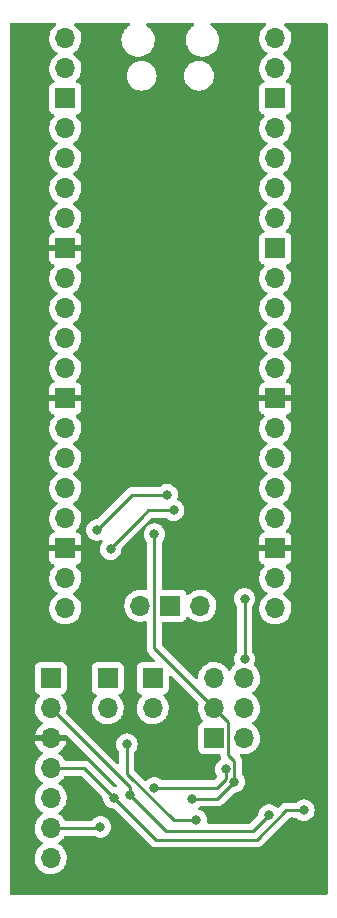
<source format=gbr>
%TF.GenerationSoftware,KiCad,Pcbnew,6.0.8-f2edbf62ab~116~ubuntu22.04.1*%
%TF.CreationDate,2022-10-04T06:10:33-04:00*%
%TF.ProjectId,PicoProbeProgrammerBoard,5069636f-5072-46f6-9265-50726f677261,rev?*%
%TF.SameCoordinates,Original*%
%TF.FileFunction,Copper,L2,Bot*%
%TF.FilePolarity,Positive*%
%FSLAX46Y46*%
G04 Gerber Fmt 4.6, Leading zero omitted, Abs format (unit mm)*
G04 Created by KiCad (PCBNEW 6.0.8-f2edbf62ab~116~ubuntu22.04.1) date 2022-10-04 06:10:33*
%MOMM*%
%LPD*%
G01*
G04 APERTURE LIST*
%TA.AperFunction,ComponentPad*%
%ADD10R,1.700000X1.700000*%
%TD*%
%TA.AperFunction,ComponentPad*%
%ADD11O,1.700000X1.700000*%
%TD*%
%TA.AperFunction,ViaPad*%
%ADD12C,0.800000*%
%TD*%
%TA.AperFunction,Conductor*%
%ADD13C,0.250000*%
%TD*%
G04 APERTURE END LIST*
D10*
%TO.P,J2,1,Pin_1*%
%TO.N,/SCL_0*%
X118618000Y-75184000D03*
D11*
%TO.P,J2,2,Pin_2*%
%TO.N,/SWDCLK*%
X118618000Y-77724000D03*
%TO.P,J2,3,Pin_3*%
%TO.N,GND*%
X118618000Y-80264000D03*
%TO.P,J2,4,Pin_4*%
%TO.N,/SWDIO*%
X118618000Y-82804000D03*
%TO.P,J2,5,Pin_5*%
%TO.N,/SDA_0*%
X118618000Y-85344000D03*
%TO.P,J2,6,Pin_6*%
%TO.N,/SWO*%
X118618000Y-87884000D03*
%TO.P,J2,7,Pin_7*%
%TO.N,/VBUS_OUT*%
X118618000Y-90424000D03*
%TD*%
D10*
%TO.P,ExtraConns,1,Pin_1*%
%TO.N,/UartTX*%
X132461000Y-80264000D03*
D11*
%TO.P,ExtraConns,2,Pin_2*%
%TO.N,/SWO*%
X135001000Y-80264000D03*
%TO.P,ExtraConns,3,Pin_3*%
%TO.N,/SDA_0*%
X132461000Y-77724000D03*
%TO.P,ExtraConns,4,Pin_4*%
%TO.N,/SCL_0*%
X135001000Y-77724000D03*
%TO.P,ExtraConns,5,Pin_5*%
%TO.N,/SDA_1*%
X132461000Y-75184000D03*
%TO.P,ExtraConns,6,Pin_6*%
%TO.N,/SCL_1*%
X135001000Y-75184000D03*
%TD*%
D10*
%TO.P,3v3,1,A*%
%TO.N,Net-(JP2-Pad1)*%
X127254000Y-75184000D03*
D11*
%TO.P,3v3,2,B*%
%TO.N,/power_output*%
X127254000Y-77724000D03*
%TD*%
D10*
%TO.P,5v,1,A*%
%TO.N,Net-(JP1-Pad1)*%
X123444000Y-75184000D03*
D11*
%TO.P,5v,2,B*%
%TO.N,/power_output*%
X123444000Y-77724000D03*
%TD*%
%TO.P,U1,1,GPIO0*%
%TO.N,unconnected-(U1-Pad1)*%
X119860000Y-21020000D03*
%TO.P,U1,2,GPIO1*%
%TO.N,unconnected-(U1-Pad2)*%
X119860000Y-23560000D03*
D10*
%TO.P,U1,3,GND*%
%TO.N,unconnected-(U1-Pad3)*%
X119860000Y-26100000D03*
D11*
%TO.P,U1,4,GPIO2*%
%TO.N,/SWDCLK*%
X119860000Y-28640000D03*
%TO.P,U1,5,GPIO3*%
%TO.N,/SWDIO*%
X119860000Y-31180000D03*
%TO.P,U1,6,GPIO4*%
%TO.N,/SDA_0*%
X119860000Y-33720000D03*
%TO.P,U1,7,GPIO5*%
%TO.N,/SWO*%
X119860000Y-36260000D03*
D10*
%TO.P,U1,8,GND*%
%TO.N,GND*%
X119860000Y-38800000D03*
D11*
%TO.P,U1,9,GPIO6*%
%TO.N,unconnected-(U1-Pad9)*%
X119860000Y-41340000D03*
%TO.P,U1,10,GPIO7*%
%TO.N,unconnected-(U1-Pad10)*%
X119860000Y-43880000D03*
%TO.P,U1,11,GPIO8*%
%TO.N,unconnected-(U1-Pad11)*%
X119860000Y-46420000D03*
%TO.P,U1,12,GPIO9*%
%TO.N,unconnected-(U1-Pad12)*%
X119860000Y-48960000D03*
D10*
%TO.P,U1,13,GND*%
%TO.N,GND*%
X119860000Y-51500000D03*
D11*
%TO.P,U1,14,GPIO10*%
%TO.N,unconnected-(U1-Pad14)*%
X119860000Y-54040000D03*
%TO.P,U1,15,GPIO11*%
%TO.N,unconnected-(U1-Pad15)*%
X119860000Y-56580000D03*
%TO.P,U1,16,GPIO12*%
%TO.N,unconnected-(U1-Pad16)*%
X119860000Y-59120000D03*
%TO.P,U1,17,GPIO13*%
%TO.N,unconnected-(U1-Pad17)*%
X119860000Y-61660000D03*
D10*
%TO.P,U1,18,GND*%
%TO.N,GND*%
X119860000Y-64200000D03*
D11*
%TO.P,U1,19,GPIO14*%
%TO.N,unconnected-(U1-Pad19)*%
X119860000Y-66740000D03*
%TO.P,U1,20,GPIO15*%
%TO.N,unconnected-(U1-Pad20)*%
X119860000Y-69280000D03*
%TO.P,U1,21,GPIO16*%
%TO.N,unconnected-(U1-Pad21)*%
X137640000Y-69280000D03*
%TO.P,U1,22,GPIO17*%
%TO.N,unconnected-(U1-Pad22)*%
X137640000Y-66740000D03*
D10*
%TO.P,U1,23,GND*%
%TO.N,GND*%
X137640000Y-64200000D03*
D11*
%TO.P,U1,24,GPIO18*%
%TO.N,unconnected-(U1-Pad24)*%
X137640000Y-61660000D03*
%TO.P,U1,25,GPIO19*%
%TO.N,unconnected-(U1-Pad25)*%
X137640000Y-59120000D03*
%TO.P,U1,26,GPIO20*%
%TO.N,unconnected-(U1-Pad26)*%
X137640000Y-56580000D03*
%TO.P,U1,27,GPIO21*%
%TO.N,unconnected-(U1-Pad27)*%
X137640000Y-54040000D03*
D10*
%TO.P,U1,28,GND*%
%TO.N,GND*%
X137640000Y-51500000D03*
D11*
%TO.P,U1,29,GPIO22*%
%TO.N,unconnected-(U1-Pad29)*%
X137640000Y-48960000D03*
%TO.P,U1,30,RUN*%
%TO.N,unconnected-(U1-Pad30)*%
X137640000Y-46420000D03*
%TO.P,U1,31,GPIO26_ADC0*%
%TO.N,unconnected-(U1-Pad31)*%
X137640000Y-43880000D03*
%TO.P,U1,32,GPIO27_ADC1*%
%TO.N,unconnected-(U1-Pad32)*%
X137640000Y-41340000D03*
D10*
%TO.P,U1,33,AGND*%
%TO.N,unconnected-(U1-Pad33)*%
X137640000Y-38800000D03*
D11*
%TO.P,U1,34,GPIO28_ADC2*%
%TO.N,/SCL_0*%
X137640000Y-36260000D03*
%TO.P,U1,35,ADC_VREF*%
%TO.N,unconnected-(U1-Pad35)*%
X137640000Y-33720000D03*
%TO.P,U1,36,3V3*%
%TO.N,Net-(JP2-Pad1)*%
X137640000Y-31180000D03*
%TO.P,U1,37,3V3_EN*%
%TO.N,unconnected-(U1-Pad37)*%
X137640000Y-28640000D03*
D10*
%TO.P,U1,38,GND*%
%TO.N,unconnected-(U1-Pad38)*%
X137640000Y-26100000D03*
D11*
%TO.P,U1,39,VSYS*%
%TO.N,Net-(JP1-Pad1)*%
X137640000Y-23560000D03*
%TO.P,U1,40,VBUS*%
%TO.N,unconnected-(U1-Pad40)*%
X137640000Y-21020000D03*
%TO.P,U1,41,SWCLK*%
%TO.N,unconnected-(U1-Pad41)*%
X126210000Y-69050000D03*
D10*
%TO.P,U1,42,GND*%
%TO.N,unconnected-(U1-Pad42)*%
X128750000Y-69050000D03*
D11*
%TO.P,U1,43,SWDIO*%
%TO.N,unconnected-(U1-Pad43)*%
X131290000Y-69050000D03*
%TD*%
D12*
%TO.N,/SCL_0*%
X135037701Y-73559000D03*
X135037701Y-68467099D03*
%TO.N,/SWDIO*%
X140055600Y-86360000D03*
X123952000Y-85293200D03*
%TO.N,GND*%
X126136400Y-92964000D03*
X139090400Y-87325200D03*
%TO.N,/SWDCLK*%
X137109200Y-86766400D03*
X125323600Y-85039200D03*
%TO.N,/SWO*%
X127406400Y-84480400D03*
X122834400Y-87782400D03*
X133451600Y-82905600D03*
%TO.N,/SDA_0*%
X130606800Y-85394800D03*
X134176600Y-83958600D03*
X127406400Y-62992000D03*
%TO.N,/power_output*%
X130949100Y-87223600D03*
X125069600Y-80772000D03*
%TO.N,Net-(JP1-Pad1)*%
X128473200Y-59639200D03*
X122529600Y-62636400D03*
%TO.N,Net-(JP2-Pad1)*%
X123698000Y-64262000D03*
X129032000Y-60960000D03*
%TD*%
D13*
%TO.N,/SCL_0*%
X135037701Y-73559000D02*
X135037701Y-68467099D01*
%TO.N,/SWDIO*%
X136093200Y-88849200D02*
X138582400Y-86360000D01*
X123952000Y-85293200D02*
X127508000Y-88849200D01*
X138582400Y-86360000D02*
X140055600Y-86360000D01*
X123952000Y-85293200D02*
X121462800Y-82804000D01*
X121462800Y-82804000D02*
X118618000Y-82804000D01*
X127508000Y-88849200D02*
X136093200Y-88849200D01*
%TO.N,/SWDCLK*%
X125323600Y-85039200D02*
X125323600Y-84429600D01*
X134823200Y-88138000D02*
X135737600Y-88138000D01*
X128422400Y-88138000D02*
X134823200Y-88138000D01*
X135737600Y-88138000D02*
X137109200Y-86766400D01*
X125323600Y-84429600D02*
X118618000Y-77724000D01*
X125323600Y-85039200D02*
X128422400Y-88138000D01*
%TO.N,/SWO*%
X122834400Y-87782400D02*
X122732800Y-87884000D01*
X132689600Y-84480400D02*
X133451600Y-83718400D01*
X127406400Y-84480400D02*
X132689600Y-84480400D01*
X133451600Y-83718400D02*
X133451600Y-82905600D01*
X122732800Y-87884000D02*
X118618000Y-87884000D01*
%TO.N,/SDA_0*%
X130606800Y-85394800D02*
X132740400Y-85394800D01*
X133636000Y-81680800D02*
X133636000Y-78899000D01*
X133636000Y-78899000D02*
X132461000Y-77724000D01*
X127385000Y-72648000D02*
X127385000Y-67179000D01*
X127385000Y-63013400D02*
X127406400Y-62992000D01*
X132461000Y-77724000D02*
X127385000Y-72648000D01*
X127385000Y-67179000D02*
X127385000Y-63013400D01*
X134176600Y-83958600D02*
X134176600Y-82221400D01*
X134176600Y-82221400D02*
X133636000Y-81680800D01*
X132740400Y-85394800D02*
X134176600Y-83958600D01*
%TO.N,/power_output*%
X129032000Y-87223600D02*
X125069600Y-83261200D01*
X130949100Y-87223600D02*
X129032000Y-87223600D01*
X125069600Y-80772000D02*
X125069600Y-83261200D01*
%TO.N,Net-(JP1-Pad1)*%
X122529600Y-62636400D02*
X125526800Y-59639200D01*
X125526800Y-59639200D02*
X128473200Y-59639200D01*
%TO.N,Net-(JP2-Pad1)*%
X126898400Y-60960000D02*
X129032000Y-60960000D01*
X123698000Y-64262000D02*
X123698000Y-64160400D01*
X123698000Y-64160400D02*
X126339600Y-61518800D01*
X126339600Y-61518800D02*
X126898400Y-60960000D01*
%TD*%
%TA.AperFunction,Conductor*%
%TO.N,GND*%
G36*
X119034504Y-19728502D02*
G01*
X119080997Y-19782158D01*
X119091101Y-19852432D01*
X119061607Y-19917012D01*
X119042036Y-19935260D01*
X118995352Y-19970312D01*
X118954965Y-20000635D01*
X118800629Y-20162138D01*
X118797715Y-20166410D01*
X118797714Y-20166411D01*
X118717611Y-20283838D01*
X118674743Y-20346680D01*
X118580688Y-20549305D01*
X118520989Y-20764570D01*
X118497251Y-20986695D01*
X118497548Y-20991848D01*
X118497548Y-20991851D01*
X118506667Y-21150000D01*
X118510110Y-21209715D01*
X118511247Y-21214761D01*
X118511248Y-21214767D01*
X118512959Y-21222359D01*
X118559222Y-21427639D01*
X118643266Y-21634616D01*
X118759987Y-21825088D01*
X118906250Y-21993938D01*
X119078126Y-22136632D01*
X119111060Y-22155877D01*
X119151445Y-22179476D01*
X119200169Y-22231114D01*
X119213240Y-22300897D01*
X119186509Y-22366669D01*
X119146055Y-22400027D01*
X119133607Y-22406507D01*
X119129474Y-22409610D01*
X119129471Y-22409612D01*
X118999484Y-22507209D01*
X118954965Y-22540635D01*
X118800629Y-22702138D01*
X118674743Y-22886680D01*
X118627716Y-22987992D01*
X118583328Y-23083618D01*
X118580688Y-23089305D01*
X118520989Y-23304570D01*
X118497251Y-23526695D01*
X118497548Y-23531848D01*
X118497548Y-23531851D01*
X118503011Y-23626590D01*
X118510110Y-23749715D01*
X118511247Y-23754761D01*
X118511248Y-23754767D01*
X118531119Y-23842939D01*
X118559222Y-23967639D01*
X118643266Y-24174616D01*
X118759987Y-24365088D01*
X118906250Y-24533938D01*
X118910230Y-24537242D01*
X118914981Y-24541187D01*
X118954616Y-24600090D01*
X118956113Y-24671071D01*
X118918997Y-24731593D01*
X118878724Y-24756112D01*
X118763295Y-24799385D01*
X118646739Y-24886739D01*
X118559385Y-25003295D01*
X118508255Y-25139684D01*
X118501500Y-25201866D01*
X118501500Y-26998134D01*
X118508255Y-27060316D01*
X118559385Y-27196705D01*
X118646739Y-27313261D01*
X118763295Y-27400615D01*
X118771704Y-27403767D01*
X118771705Y-27403768D01*
X118880451Y-27444535D01*
X118937216Y-27487176D01*
X118961916Y-27553738D01*
X118946709Y-27623087D01*
X118927316Y-27649568D01*
X118800629Y-27782138D01*
X118674743Y-27966680D01*
X118580688Y-28169305D01*
X118520989Y-28384570D01*
X118497251Y-28606695D01*
X118497548Y-28611848D01*
X118497548Y-28611851D01*
X118503011Y-28706590D01*
X118510110Y-28829715D01*
X118511247Y-28834761D01*
X118511248Y-28834767D01*
X118531119Y-28922939D01*
X118559222Y-29047639D01*
X118643266Y-29254616D01*
X118759987Y-29445088D01*
X118906250Y-29613938D01*
X119078126Y-29756632D01*
X119148595Y-29797811D01*
X119151445Y-29799476D01*
X119200169Y-29851114D01*
X119213240Y-29920897D01*
X119186509Y-29986669D01*
X119146055Y-30020027D01*
X119133607Y-30026507D01*
X119129474Y-30029610D01*
X119129471Y-30029612D01*
X119105247Y-30047800D01*
X118954965Y-30160635D01*
X118800629Y-30322138D01*
X118674743Y-30506680D01*
X118580688Y-30709305D01*
X118520989Y-30924570D01*
X118497251Y-31146695D01*
X118497548Y-31151848D01*
X118497548Y-31151851D01*
X118503011Y-31246590D01*
X118510110Y-31369715D01*
X118511247Y-31374761D01*
X118511248Y-31374767D01*
X118531119Y-31462939D01*
X118559222Y-31587639D01*
X118643266Y-31794616D01*
X118759987Y-31985088D01*
X118906250Y-32153938D01*
X119078126Y-32296632D01*
X119148595Y-32337811D01*
X119151445Y-32339476D01*
X119200169Y-32391114D01*
X119213240Y-32460897D01*
X119186509Y-32526669D01*
X119146055Y-32560027D01*
X119133607Y-32566507D01*
X119129474Y-32569610D01*
X119129471Y-32569612D01*
X119105247Y-32587800D01*
X118954965Y-32700635D01*
X118800629Y-32862138D01*
X118674743Y-33046680D01*
X118580688Y-33249305D01*
X118520989Y-33464570D01*
X118497251Y-33686695D01*
X118497548Y-33691848D01*
X118497548Y-33691851D01*
X118503011Y-33786590D01*
X118510110Y-33909715D01*
X118511247Y-33914761D01*
X118511248Y-33914767D01*
X118531119Y-34002939D01*
X118559222Y-34127639D01*
X118643266Y-34334616D01*
X118759987Y-34525088D01*
X118906250Y-34693938D01*
X119078126Y-34836632D01*
X119148595Y-34877811D01*
X119151445Y-34879476D01*
X119200169Y-34931114D01*
X119213240Y-35000897D01*
X119186509Y-35066669D01*
X119146055Y-35100027D01*
X119133607Y-35106507D01*
X119129474Y-35109610D01*
X119129471Y-35109612D01*
X119105247Y-35127800D01*
X118954965Y-35240635D01*
X118800629Y-35402138D01*
X118674743Y-35586680D01*
X118580688Y-35789305D01*
X118520989Y-36004570D01*
X118497251Y-36226695D01*
X118497548Y-36231848D01*
X118497548Y-36231851D01*
X118503011Y-36326590D01*
X118510110Y-36449715D01*
X118511247Y-36454761D01*
X118511248Y-36454767D01*
X118531119Y-36542939D01*
X118559222Y-36667639D01*
X118643266Y-36874616D01*
X118759987Y-37065088D01*
X118906250Y-37233938D01*
X118910225Y-37237238D01*
X118910231Y-37237244D01*
X118915425Y-37241556D01*
X118955059Y-37300460D01*
X118956555Y-37371441D01*
X118919439Y-37431962D01*
X118879168Y-37456480D01*
X118771946Y-37496676D01*
X118756351Y-37505214D01*
X118654276Y-37581715D01*
X118641715Y-37594276D01*
X118565214Y-37696351D01*
X118556676Y-37711946D01*
X118511522Y-37832394D01*
X118507895Y-37847649D01*
X118502369Y-37898514D01*
X118502000Y-37905328D01*
X118502000Y-38527885D01*
X118506475Y-38543124D01*
X118507865Y-38544329D01*
X118515548Y-38546000D01*
X121199884Y-38546000D01*
X121215123Y-38541525D01*
X121216328Y-38540135D01*
X121217999Y-38532452D01*
X121217999Y-37905331D01*
X121217629Y-37898510D01*
X121212105Y-37847648D01*
X121208479Y-37832396D01*
X121163324Y-37711946D01*
X121154786Y-37696351D01*
X121078285Y-37594276D01*
X121065724Y-37581715D01*
X120963649Y-37505214D01*
X120948054Y-37496676D01*
X120837813Y-37455348D01*
X120781049Y-37412706D01*
X120756349Y-37346145D01*
X120771557Y-37276796D01*
X120793104Y-37248115D01*
X120894430Y-37147144D01*
X120894440Y-37147132D01*
X120898096Y-37143489D01*
X120957594Y-37060689D01*
X121025435Y-36966277D01*
X121028453Y-36962077D01*
X121127430Y-36761811D01*
X121192370Y-36548069D01*
X121221529Y-36326590D01*
X121223156Y-36260000D01*
X121204852Y-36037361D01*
X121150431Y-35820702D01*
X121061354Y-35615840D01*
X120940014Y-35428277D01*
X120789670Y-35263051D01*
X120785619Y-35259852D01*
X120785615Y-35259848D01*
X120618414Y-35127800D01*
X120618410Y-35127798D01*
X120614359Y-35124598D01*
X120573053Y-35101796D01*
X120523084Y-35051364D01*
X120508312Y-34981921D01*
X120533428Y-34915516D01*
X120560780Y-34888909D01*
X120604603Y-34857650D01*
X120739860Y-34761173D01*
X120898096Y-34603489D01*
X120957594Y-34520689D01*
X121025435Y-34426277D01*
X121028453Y-34422077D01*
X121127430Y-34221811D01*
X121192370Y-34008069D01*
X121221529Y-33786590D01*
X121223156Y-33720000D01*
X121204852Y-33497361D01*
X121150431Y-33280702D01*
X121061354Y-33075840D01*
X120940014Y-32888277D01*
X120789670Y-32723051D01*
X120785619Y-32719852D01*
X120785615Y-32719848D01*
X120618414Y-32587800D01*
X120618410Y-32587798D01*
X120614359Y-32584598D01*
X120573053Y-32561796D01*
X120523084Y-32511364D01*
X120508312Y-32441921D01*
X120533428Y-32375516D01*
X120560780Y-32348909D01*
X120604603Y-32317650D01*
X120739860Y-32221173D01*
X120898096Y-32063489D01*
X120957594Y-31980689D01*
X121025435Y-31886277D01*
X121028453Y-31882077D01*
X121127430Y-31681811D01*
X121192370Y-31468069D01*
X121221529Y-31246590D01*
X121223156Y-31180000D01*
X121204852Y-30957361D01*
X121150431Y-30740702D01*
X121061354Y-30535840D01*
X120940014Y-30348277D01*
X120789670Y-30183051D01*
X120785619Y-30179852D01*
X120785615Y-30179848D01*
X120618414Y-30047800D01*
X120618410Y-30047798D01*
X120614359Y-30044598D01*
X120573053Y-30021796D01*
X120523084Y-29971364D01*
X120508312Y-29901921D01*
X120533428Y-29835516D01*
X120560780Y-29808909D01*
X120604603Y-29777650D01*
X120739860Y-29681173D01*
X120898096Y-29523489D01*
X120957594Y-29440689D01*
X121025435Y-29346277D01*
X121028453Y-29342077D01*
X121127430Y-29141811D01*
X121192370Y-28928069D01*
X121221529Y-28706590D01*
X121223156Y-28640000D01*
X121204852Y-28417361D01*
X121150431Y-28200702D01*
X121061354Y-27995840D01*
X120940014Y-27808277D01*
X120936532Y-27804450D01*
X120792798Y-27646488D01*
X120761746Y-27582642D01*
X120770141Y-27512143D01*
X120815317Y-27457375D01*
X120841761Y-27443706D01*
X120948297Y-27403767D01*
X120956705Y-27400615D01*
X121073261Y-27313261D01*
X121160615Y-27196705D01*
X121211745Y-27060316D01*
X121218500Y-26998134D01*
X121218500Y-25201866D01*
X121211745Y-25139684D01*
X121160615Y-25003295D01*
X121073261Y-24886739D01*
X120956705Y-24799385D01*
X120944132Y-24794672D01*
X120838203Y-24754960D01*
X120781439Y-24712318D01*
X120756739Y-24645756D01*
X120771947Y-24576408D01*
X120793493Y-24547727D01*
X120894435Y-24447137D01*
X120898096Y-24443489D01*
X120933734Y-24393894D01*
X121025435Y-24266277D01*
X121028453Y-24262077D01*
X121069018Y-24180000D01*
X125061693Y-24180000D01*
X125080885Y-24399371D01*
X125137880Y-24612076D01*
X125165390Y-24671071D01*
X125228618Y-24806666D01*
X125228621Y-24806671D01*
X125230944Y-24811653D01*
X125357251Y-24992038D01*
X125512962Y-25147749D01*
X125693346Y-25274056D01*
X125892924Y-25367120D01*
X126105629Y-25424115D01*
X126325000Y-25443307D01*
X126544371Y-25424115D01*
X126757076Y-25367120D01*
X126956654Y-25274056D01*
X127137038Y-25147749D01*
X127292749Y-24992038D01*
X127419056Y-24811653D01*
X127421379Y-24806671D01*
X127421382Y-24806666D01*
X127484610Y-24671071D01*
X127512120Y-24612076D01*
X127569115Y-24399371D01*
X127588307Y-24180000D01*
X129911693Y-24180000D01*
X129930885Y-24399371D01*
X129987880Y-24612076D01*
X130015390Y-24671071D01*
X130078618Y-24806666D01*
X130078621Y-24806671D01*
X130080944Y-24811653D01*
X130207251Y-24992038D01*
X130362962Y-25147749D01*
X130543346Y-25274056D01*
X130742924Y-25367120D01*
X130955629Y-25424115D01*
X131175000Y-25443307D01*
X131394371Y-25424115D01*
X131607076Y-25367120D01*
X131806654Y-25274056D01*
X131987038Y-25147749D01*
X132142749Y-24992038D01*
X132269056Y-24811653D01*
X132271379Y-24806671D01*
X132271382Y-24806666D01*
X132334610Y-24671071D01*
X132362120Y-24612076D01*
X132419115Y-24399371D01*
X132438307Y-24180000D01*
X132419115Y-23960629D01*
X132362120Y-23747924D01*
X132318585Y-23654562D01*
X132271382Y-23553334D01*
X132271379Y-23553329D01*
X132269056Y-23548347D01*
X132265899Y-23543838D01*
X132145908Y-23372473D01*
X132145906Y-23372470D01*
X132142749Y-23367962D01*
X131987038Y-23212251D01*
X131806654Y-23085944D01*
X131607076Y-22992880D01*
X131394371Y-22935885D01*
X131175000Y-22916693D01*
X130955629Y-22935885D01*
X130742924Y-22992880D01*
X130649562Y-23036415D01*
X130548334Y-23083618D01*
X130548329Y-23083621D01*
X130543347Y-23085944D01*
X130538840Y-23089100D01*
X130538838Y-23089101D01*
X130367473Y-23209092D01*
X130367470Y-23209094D01*
X130362962Y-23212251D01*
X130207251Y-23367962D01*
X130204094Y-23372470D01*
X130204092Y-23372473D01*
X130084101Y-23543838D01*
X130080944Y-23548347D01*
X130078621Y-23553329D01*
X130078618Y-23553334D01*
X130031415Y-23654562D01*
X129987880Y-23747924D01*
X129930885Y-23960629D01*
X129911693Y-24180000D01*
X127588307Y-24180000D01*
X127569115Y-23960629D01*
X127512120Y-23747924D01*
X127468585Y-23654562D01*
X127421382Y-23553334D01*
X127421379Y-23553329D01*
X127419056Y-23548347D01*
X127415899Y-23543838D01*
X127295908Y-23372473D01*
X127295906Y-23372470D01*
X127292749Y-23367962D01*
X127137038Y-23212251D01*
X126956654Y-23085944D01*
X126757076Y-22992880D01*
X126544371Y-22935885D01*
X126325000Y-22916693D01*
X126105629Y-22935885D01*
X125892924Y-22992880D01*
X125799562Y-23036415D01*
X125698334Y-23083618D01*
X125698329Y-23083621D01*
X125693347Y-23085944D01*
X125688840Y-23089100D01*
X125688838Y-23089101D01*
X125517473Y-23209092D01*
X125517470Y-23209094D01*
X125512962Y-23212251D01*
X125357251Y-23367962D01*
X125354094Y-23372470D01*
X125354092Y-23372473D01*
X125234101Y-23543838D01*
X125230944Y-23548347D01*
X125228621Y-23553329D01*
X125228618Y-23553334D01*
X125181415Y-23654562D01*
X125137880Y-23747924D01*
X125080885Y-23960629D01*
X125061693Y-24180000D01*
X121069018Y-24180000D01*
X121127430Y-24061811D01*
X121192370Y-23848069D01*
X121221529Y-23626590D01*
X121223156Y-23560000D01*
X121204852Y-23337361D01*
X121150431Y-23120702D01*
X121061354Y-22915840D01*
X120940014Y-22728277D01*
X120789670Y-22563051D01*
X120785619Y-22559852D01*
X120785615Y-22559848D01*
X120618414Y-22427800D01*
X120618410Y-22427798D01*
X120614359Y-22424598D01*
X120573053Y-22401796D01*
X120523084Y-22351364D01*
X120508312Y-22281921D01*
X120533428Y-22215516D01*
X120560780Y-22188909D01*
X120607089Y-22155877D01*
X120739860Y-22061173D01*
X120898096Y-21903489D01*
X120957594Y-21820689D01*
X121025435Y-21726277D01*
X121028453Y-21722077D01*
X121051759Y-21674922D01*
X121125136Y-21526453D01*
X121125137Y-21526451D01*
X121127430Y-21521811D01*
X121192370Y-21308069D01*
X121221529Y-21086590D01*
X121223156Y-21020000D01*
X121204852Y-20797361D01*
X121150431Y-20580702D01*
X121061354Y-20375840D01*
X120940014Y-20188277D01*
X120789670Y-20023051D01*
X120785619Y-20019852D01*
X120785615Y-20019848D01*
X120676130Y-19933382D01*
X120635067Y-19875465D01*
X120631835Y-19804542D01*
X120667461Y-19743130D01*
X120730632Y-19710728D01*
X120754222Y-19708500D01*
X125228655Y-19708500D01*
X125296776Y-19728502D01*
X125343269Y-19782158D01*
X125353373Y-19852432D01*
X125323879Y-19917012D01*
X125286837Y-19946262D01*
X125271872Y-19954052D01*
X125267739Y-19957155D01*
X125267736Y-19957157D01*
X125090790Y-20090012D01*
X125086655Y-20093117D01*
X125083083Y-20096855D01*
X124999369Y-20184457D01*
X124926639Y-20260564D01*
X124923725Y-20264836D01*
X124923724Y-20264837D01*
X124867895Y-20346680D01*
X124796119Y-20451899D01*
X124698602Y-20661981D01*
X124636707Y-20885169D01*
X124612095Y-21115469D01*
X124612392Y-21120622D01*
X124612392Y-21120625D01*
X124618067Y-21219041D01*
X124625427Y-21346697D01*
X124626564Y-21351743D01*
X124626565Y-21351749D01*
X124658741Y-21494523D01*
X124676346Y-21572642D01*
X124678288Y-21577424D01*
X124678289Y-21577428D01*
X124761540Y-21782450D01*
X124763484Y-21787237D01*
X124884501Y-21984719D01*
X125036147Y-22159784D01*
X125214349Y-22307730D01*
X125414322Y-22424584D01*
X125630694Y-22507209D01*
X125635760Y-22508240D01*
X125635761Y-22508240D01*
X125688846Y-22519040D01*
X125857656Y-22553385D01*
X125988324Y-22558176D01*
X126083949Y-22561683D01*
X126083953Y-22561683D01*
X126089113Y-22561872D01*
X126094233Y-22561216D01*
X126094235Y-22561216D01*
X126167270Y-22551860D01*
X126318847Y-22532442D01*
X126323795Y-22530957D01*
X126323802Y-22530956D01*
X126535747Y-22467369D01*
X126540690Y-22465886D01*
X126545324Y-22463616D01*
X126744049Y-22366262D01*
X126744052Y-22366260D01*
X126748684Y-22363991D01*
X126937243Y-22229494D01*
X127101303Y-22066005D01*
X127236458Y-21877917D01*
X127283641Y-21782450D01*
X127336784Y-21674922D01*
X127336785Y-21674920D01*
X127339078Y-21670280D01*
X127406408Y-21448671D01*
X127436640Y-21219041D01*
X127436722Y-21215691D01*
X127438245Y-21153365D01*
X127438245Y-21153361D01*
X127438327Y-21150000D01*
X127424479Y-20981562D01*
X127419773Y-20924318D01*
X127419772Y-20924312D01*
X127419349Y-20919167D01*
X127362925Y-20694533D01*
X127360866Y-20689797D01*
X127272630Y-20486868D01*
X127272628Y-20486865D01*
X127270570Y-20482131D01*
X127144764Y-20287665D01*
X126988887Y-20116358D01*
X126984836Y-20113159D01*
X126984832Y-20113155D01*
X126811177Y-19976011D01*
X126811172Y-19976008D01*
X126807123Y-19972810D01*
X126802604Y-19970316D01*
X126802599Y-19970312D01*
X126756400Y-19944809D01*
X126706429Y-19894376D01*
X126691657Y-19824933D01*
X126716773Y-19758528D01*
X126773804Y-19716243D01*
X126817293Y-19708500D01*
X130678655Y-19708500D01*
X130746776Y-19728502D01*
X130793269Y-19782158D01*
X130803373Y-19852432D01*
X130773879Y-19917012D01*
X130736837Y-19946262D01*
X130721872Y-19954052D01*
X130717739Y-19957155D01*
X130717736Y-19957157D01*
X130540790Y-20090012D01*
X130536655Y-20093117D01*
X130533083Y-20096855D01*
X130449369Y-20184457D01*
X130376639Y-20260564D01*
X130373725Y-20264836D01*
X130373724Y-20264837D01*
X130317895Y-20346680D01*
X130246119Y-20451899D01*
X130148602Y-20661981D01*
X130086707Y-20885169D01*
X130062095Y-21115469D01*
X130062392Y-21120622D01*
X130062392Y-21120625D01*
X130068067Y-21219041D01*
X130075427Y-21346697D01*
X130076564Y-21351743D01*
X130076565Y-21351749D01*
X130108741Y-21494523D01*
X130126346Y-21572642D01*
X130128288Y-21577424D01*
X130128289Y-21577428D01*
X130211540Y-21782450D01*
X130213484Y-21787237D01*
X130334501Y-21984719D01*
X130486147Y-22159784D01*
X130664349Y-22307730D01*
X130864322Y-22424584D01*
X131080694Y-22507209D01*
X131085760Y-22508240D01*
X131085761Y-22508240D01*
X131138846Y-22519040D01*
X131307656Y-22553385D01*
X131438324Y-22558176D01*
X131533949Y-22561683D01*
X131533953Y-22561683D01*
X131539113Y-22561872D01*
X131544233Y-22561216D01*
X131544235Y-22561216D01*
X131617270Y-22551860D01*
X131768847Y-22532442D01*
X131773795Y-22530957D01*
X131773802Y-22530956D01*
X131985747Y-22467369D01*
X131990690Y-22465886D01*
X131995324Y-22463616D01*
X132194049Y-22366262D01*
X132194052Y-22366260D01*
X132198684Y-22363991D01*
X132387243Y-22229494D01*
X132551303Y-22066005D01*
X132686458Y-21877917D01*
X132733641Y-21782450D01*
X132786784Y-21674922D01*
X132786785Y-21674920D01*
X132789078Y-21670280D01*
X132856408Y-21448671D01*
X132886640Y-21219041D01*
X132886722Y-21215691D01*
X132888245Y-21153365D01*
X132888245Y-21153361D01*
X132888327Y-21150000D01*
X132874479Y-20981562D01*
X132869773Y-20924318D01*
X132869772Y-20924312D01*
X132869349Y-20919167D01*
X132812925Y-20694533D01*
X132810866Y-20689797D01*
X132722630Y-20486868D01*
X132722628Y-20486865D01*
X132720570Y-20482131D01*
X132594764Y-20287665D01*
X132438887Y-20116358D01*
X132434836Y-20113159D01*
X132434832Y-20113155D01*
X132261177Y-19976011D01*
X132261172Y-19976008D01*
X132257123Y-19972810D01*
X132252604Y-19970316D01*
X132252599Y-19970312D01*
X132206400Y-19944809D01*
X132156429Y-19894376D01*
X132141657Y-19824933D01*
X132166773Y-19758528D01*
X132223804Y-19716243D01*
X132267293Y-19708500D01*
X136746383Y-19708500D01*
X136814504Y-19728502D01*
X136860997Y-19782158D01*
X136871101Y-19852432D01*
X136841607Y-19917012D01*
X136822036Y-19935260D01*
X136775352Y-19970312D01*
X136734965Y-20000635D01*
X136580629Y-20162138D01*
X136577715Y-20166410D01*
X136577714Y-20166411D01*
X136497611Y-20283838D01*
X136454743Y-20346680D01*
X136360688Y-20549305D01*
X136300989Y-20764570D01*
X136277251Y-20986695D01*
X136277548Y-20991848D01*
X136277548Y-20991851D01*
X136286667Y-21150000D01*
X136290110Y-21209715D01*
X136291247Y-21214761D01*
X136291248Y-21214767D01*
X136292959Y-21222359D01*
X136339222Y-21427639D01*
X136423266Y-21634616D01*
X136539987Y-21825088D01*
X136686250Y-21993938D01*
X136858126Y-22136632D01*
X136891060Y-22155877D01*
X136931445Y-22179476D01*
X136980169Y-22231114D01*
X136993240Y-22300897D01*
X136966509Y-22366669D01*
X136926055Y-22400027D01*
X136913607Y-22406507D01*
X136909474Y-22409610D01*
X136909471Y-22409612D01*
X136779484Y-22507209D01*
X136734965Y-22540635D01*
X136580629Y-22702138D01*
X136454743Y-22886680D01*
X136407715Y-22987993D01*
X136363328Y-23083618D01*
X136360688Y-23089305D01*
X136300989Y-23304570D01*
X136277251Y-23526695D01*
X136277548Y-23531848D01*
X136277548Y-23531851D01*
X136283011Y-23626590D01*
X136290110Y-23749715D01*
X136291247Y-23754761D01*
X136291248Y-23754767D01*
X136311119Y-23842939D01*
X136339222Y-23967639D01*
X136423266Y-24174616D01*
X136539987Y-24365088D01*
X136686250Y-24533938D01*
X136690230Y-24537242D01*
X136694981Y-24541187D01*
X136734616Y-24600090D01*
X136736113Y-24671071D01*
X136698997Y-24731593D01*
X136658724Y-24756112D01*
X136543295Y-24799385D01*
X136426739Y-24886739D01*
X136339385Y-25003295D01*
X136288255Y-25139684D01*
X136281500Y-25201866D01*
X136281500Y-26998134D01*
X136288255Y-27060316D01*
X136339385Y-27196705D01*
X136426739Y-27313261D01*
X136543295Y-27400615D01*
X136551704Y-27403767D01*
X136551705Y-27403768D01*
X136660451Y-27444535D01*
X136717216Y-27487176D01*
X136741916Y-27553738D01*
X136726709Y-27623087D01*
X136707316Y-27649568D01*
X136580629Y-27782138D01*
X136454743Y-27966680D01*
X136360688Y-28169305D01*
X136300989Y-28384570D01*
X136277251Y-28606695D01*
X136277548Y-28611848D01*
X136277548Y-28611851D01*
X136283011Y-28706590D01*
X136290110Y-28829715D01*
X136291247Y-28834761D01*
X136291248Y-28834767D01*
X136311119Y-28922939D01*
X136339222Y-29047639D01*
X136423266Y-29254616D01*
X136539987Y-29445088D01*
X136686250Y-29613938D01*
X136858126Y-29756632D01*
X136928595Y-29797811D01*
X136931445Y-29799476D01*
X136980169Y-29851114D01*
X136993240Y-29920897D01*
X136966509Y-29986669D01*
X136926055Y-30020027D01*
X136913607Y-30026507D01*
X136909474Y-30029610D01*
X136909471Y-30029612D01*
X136885247Y-30047800D01*
X136734965Y-30160635D01*
X136580629Y-30322138D01*
X136454743Y-30506680D01*
X136360688Y-30709305D01*
X136300989Y-30924570D01*
X136277251Y-31146695D01*
X136277548Y-31151848D01*
X136277548Y-31151851D01*
X136283011Y-31246590D01*
X136290110Y-31369715D01*
X136291247Y-31374761D01*
X136291248Y-31374767D01*
X136311119Y-31462939D01*
X136339222Y-31587639D01*
X136423266Y-31794616D01*
X136539987Y-31985088D01*
X136686250Y-32153938D01*
X136858126Y-32296632D01*
X136928595Y-32337811D01*
X136931445Y-32339476D01*
X136980169Y-32391114D01*
X136993240Y-32460897D01*
X136966509Y-32526669D01*
X136926055Y-32560027D01*
X136913607Y-32566507D01*
X136909474Y-32569610D01*
X136909471Y-32569612D01*
X136885247Y-32587800D01*
X136734965Y-32700635D01*
X136580629Y-32862138D01*
X136454743Y-33046680D01*
X136360688Y-33249305D01*
X136300989Y-33464570D01*
X136277251Y-33686695D01*
X136277548Y-33691848D01*
X136277548Y-33691851D01*
X136283011Y-33786590D01*
X136290110Y-33909715D01*
X136291247Y-33914761D01*
X136291248Y-33914767D01*
X136311119Y-34002939D01*
X136339222Y-34127639D01*
X136423266Y-34334616D01*
X136539987Y-34525088D01*
X136686250Y-34693938D01*
X136858126Y-34836632D01*
X136928595Y-34877811D01*
X136931445Y-34879476D01*
X136980169Y-34931114D01*
X136993240Y-35000897D01*
X136966509Y-35066669D01*
X136926055Y-35100027D01*
X136913607Y-35106507D01*
X136909474Y-35109610D01*
X136909471Y-35109612D01*
X136885247Y-35127800D01*
X136734965Y-35240635D01*
X136580629Y-35402138D01*
X136454743Y-35586680D01*
X136360688Y-35789305D01*
X136300989Y-36004570D01*
X136277251Y-36226695D01*
X136277548Y-36231848D01*
X136277548Y-36231851D01*
X136283011Y-36326590D01*
X136290110Y-36449715D01*
X136291247Y-36454761D01*
X136291248Y-36454767D01*
X136311119Y-36542939D01*
X136339222Y-36667639D01*
X136423266Y-36874616D01*
X136539987Y-37065088D01*
X136686250Y-37233938D01*
X136690230Y-37237242D01*
X136694981Y-37241187D01*
X136734616Y-37300090D01*
X136736113Y-37371071D01*
X136698997Y-37431593D01*
X136658725Y-37456112D01*
X136570095Y-37489338D01*
X136543295Y-37499385D01*
X136426739Y-37586739D01*
X136339385Y-37703295D01*
X136288255Y-37839684D01*
X136281500Y-37901866D01*
X136281500Y-39698134D01*
X136288255Y-39760316D01*
X136339385Y-39896705D01*
X136426739Y-40013261D01*
X136543295Y-40100615D01*
X136551704Y-40103767D01*
X136551705Y-40103768D01*
X136660451Y-40144535D01*
X136717216Y-40187176D01*
X136741916Y-40253738D01*
X136726709Y-40323087D01*
X136707316Y-40349568D01*
X136580629Y-40482138D01*
X136454743Y-40666680D01*
X136360688Y-40869305D01*
X136300989Y-41084570D01*
X136277251Y-41306695D01*
X136277548Y-41311848D01*
X136277548Y-41311851D01*
X136283011Y-41406590D01*
X136290110Y-41529715D01*
X136291247Y-41534761D01*
X136291248Y-41534767D01*
X136311119Y-41622939D01*
X136339222Y-41747639D01*
X136423266Y-41954616D01*
X136539987Y-42145088D01*
X136686250Y-42313938D01*
X136858126Y-42456632D01*
X136928595Y-42497811D01*
X136931445Y-42499476D01*
X136980169Y-42551114D01*
X136993240Y-42620897D01*
X136966509Y-42686669D01*
X136926055Y-42720027D01*
X136913607Y-42726507D01*
X136909474Y-42729610D01*
X136909471Y-42729612D01*
X136885247Y-42747800D01*
X136734965Y-42860635D01*
X136580629Y-43022138D01*
X136454743Y-43206680D01*
X136360688Y-43409305D01*
X136300989Y-43624570D01*
X136277251Y-43846695D01*
X136277548Y-43851848D01*
X136277548Y-43851851D01*
X136283011Y-43946590D01*
X136290110Y-44069715D01*
X136291247Y-44074761D01*
X136291248Y-44074767D01*
X136311119Y-44162939D01*
X136339222Y-44287639D01*
X136423266Y-44494616D01*
X136539987Y-44685088D01*
X136686250Y-44853938D01*
X136858126Y-44996632D01*
X136928595Y-45037811D01*
X136931445Y-45039476D01*
X136980169Y-45091114D01*
X136993240Y-45160897D01*
X136966509Y-45226669D01*
X136926055Y-45260027D01*
X136913607Y-45266507D01*
X136909474Y-45269610D01*
X136909471Y-45269612D01*
X136885247Y-45287800D01*
X136734965Y-45400635D01*
X136580629Y-45562138D01*
X136454743Y-45746680D01*
X136360688Y-45949305D01*
X136300989Y-46164570D01*
X136277251Y-46386695D01*
X136277548Y-46391848D01*
X136277548Y-46391851D01*
X136283011Y-46486590D01*
X136290110Y-46609715D01*
X136291247Y-46614761D01*
X136291248Y-46614767D01*
X136311119Y-46702939D01*
X136339222Y-46827639D01*
X136423266Y-47034616D01*
X136539987Y-47225088D01*
X136686250Y-47393938D01*
X136858126Y-47536632D01*
X136928595Y-47577811D01*
X136931445Y-47579476D01*
X136980169Y-47631114D01*
X136993240Y-47700897D01*
X136966509Y-47766669D01*
X136926055Y-47800027D01*
X136913607Y-47806507D01*
X136909474Y-47809610D01*
X136909471Y-47809612D01*
X136885247Y-47827800D01*
X136734965Y-47940635D01*
X136580629Y-48102138D01*
X136454743Y-48286680D01*
X136360688Y-48489305D01*
X136300989Y-48704570D01*
X136277251Y-48926695D01*
X136277548Y-48931848D01*
X136277548Y-48931851D01*
X136283011Y-49026590D01*
X136290110Y-49149715D01*
X136291247Y-49154761D01*
X136291248Y-49154767D01*
X136311119Y-49242939D01*
X136339222Y-49367639D01*
X136423266Y-49574616D01*
X136539987Y-49765088D01*
X136686250Y-49933938D01*
X136690225Y-49937238D01*
X136690231Y-49937244D01*
X136695425Y-49941556D01*
X136735059Y-50000460D01*
X136736555Y-50071441D01*
X136699439Y-50131962D01*
X136659168Y-50156480D01*
X136551946Y-50196676D01*
X136536351Y-50205214D01*
X136434276Y-50281715D01*
X136421715Y-50294276D01*
X136345214Y-50396351D01*
X136336676Y-50411946D01*
X136291522Y-50532394D01*
X136287895Y-50547649D01*
X136282369Y-50598514D01*
X136282000Y-50605328D01*
X136282000Y-51227885D01*
X136286475Y-51243124D01*
X136287865Y-51244329D01*
X136295548Y-51246000D01*
X138979884Y-51246000D01*
X138995123Y-51241525D01*
X138996328Y-51240135D01*
X138997999Y-51232452D01*
X138997999Y-50605331D01*
X138997629Y-50598510D01*
X138992105Y-50547648D01*
X138988479Y-50532396D01*
X138943324Y-50411946D01*
X138934786Y-50396351D01*
X138858285Y-50294276D01*
X138845724Y-50281715D01*
X138743649Y-50205214D01*
X138728054Y-50196676D01*
X138617813Y-50155348D01*
X138561049Y-50112706D01*
X138536349Y-50046145D01*
X138551557Y-49976796D01*
X138573104Y-49948115D01*
X138674430Y-49847144D01*
X138674440Y-49847132D01*
X138678096Y-49843489D01*
X138737594Y-49760689D01*
X138805435Y-49666277D01*
X138808453Y-49662077D01*
X138907430Y-49461811D01*
X138972370Y-49248069D01*
X139001529Y-49026590D01*
X139003156Y-48960000D01*
X138984852Y-48737361D01*
X138930431Y-48520702D01*
X138841354Y-48315840D01*
X138720014Y-48128277D01*
X138569670Y-47963051D01*
X138565619Y-47959852D01*
X138565615Y-47959848D01*
X138398414Y-47827800D01*
X138398410Y-47827798D01*
X138394359Y-47824598D01*
X138353053Y-47801796D01*
X138303084Y-47751364D01*
X138288312Y-47681921D01*
X138313428Y-47615516D01*
X138340780Y-47588909D01*
X138384603Y-47557650D01*
X138519860Y-47461173D01*
X138678096Y-47303489D01*
X138737594Y-47220689D01*
X138805435Y-47126277D01*
X138808453Y-47122077D01*
X138907430Y-46921811D01*
X138972370Y-46708069D01*
X139001529Y-46486590D01*
X139003156Y-46420000D01*
X138984852Y-46197361D01*
X138930431Y-45980702D01*
X138841354Y-45775840D01*
X138720014Y-45588277D01*
X138569670Y-45423051D01*
X138565619Y-45419852D01*
X138565615Y-45419848D01*
X138398414Y-45287800D01*
X138398410Y-45287798D01*
X138394359Y-45284598D01*
X138353053Y-45261796D01*
X138303084Y-45211364D01*
X138288312Y-45141921D01*
X138313428Y-45075516D01*
X138340780Y-45048909D01*
X138384603Y-45017650D01*
X138519860Y-44921173D01*
X138678096Y-44763489D01*
X138737594Y-44680689D01*
X138805435Y-44586277D01*
X138808453Y-44582077D01*
X138907430Y-44381811D01*
X138972370Y-44168069D01*
X139001529Y-43946590D01*
X139003156Y-43880000D01*
X138984852Y-43657361D01*
X138930431Y-43440702D01*
X138841354Y-43235840D01*
X138720014Y-43048277D01*
X138569670Y-42883051D01*
X138565619Y-42879852D01*
X138565615Y-42879848D01*
X138398414Y-42747800D01*
X138398410Y-42747798D01*
X138394359Y-42744598D01*
X138353053Y-42721796D01*
X138303084Y-42671364D01*
X138288312Y-42601921D01*
X138313428Y-42535516D01*
X138340780Y-42508909D01*
X138384603Y-42477650D01*
X138519860Y-42381173D01*
X138678096Y-42223489D01*
X138737594Y-42140689D01*
X138805435Y-42046277D01*
X138808453Y-42042077D01*
X138907430Y-41841811D01*
X138972370Y-41628069D01*
X139001529Y-41406590D01*
X139003156Y-41340000D01*
X138984852Y-41117361D01*
X138930431Y-40900702D01*
X138841354Y-40695840D01*
X138720014Y-40508277D01*
X138716532Y-40504450D01*
X138572798Y-40346488D01*
X138541746Y-40282642D01*
X138550141Y-40212143D01*
X138595317Y-40157375D01*
X138621761Y-40143706D01*
X138728297Y-40103767D01*
X138736705Y-40100615D01*
X138853261Y-40013261D01*
X138940615Y-39896705D01*
X138991745Y-39760316D01*
X138998500Y-39698134D01*
X138998500Y-37901866D01*
X138991745Y-37839684D01*
X138940615Y-37703295D01*
X138853261Y-37586739D01*
X138736705Y-37499385D01*
X138709905Y-37489338D01*
X138618203Y-37454960D01*
X138561439Y-37412318D01*
X138536739Y-37345756D01*
X138551947Y-37276408D01*
X138573493Y-37247727D01*
X138674435Y-37147137D01*
X138678096Y-37143489D01*
X138737594Y-37060689D01*
X138805435Y-36966277D01*
X138808453Y-36962077D01*
X138907430Y-36761811D01*
X138972370Y-36548069D01*
X139001529Y-36326590D01*
X139003156Y-36260000D01*
X138984852Y-36037361D01*
X138930431Y-35820702D01*
X138841354Y-35615840D01*
X138720014Y-35428277D01*
X138569670Y-35263051D01*
X138565619Y-35259852D01*
X138565615Y-35259848D01*
X138398414Y-35127800D01*
X138398410Y-35127798D01*
X138394359Y-35124598D01*
X138353053Y-35101796D01*
X138303084Y-35051364D01*
X138288312Y-34981921D01*
X138313428Y-34915516D01*
X138340780Y-34888909D01*
X138384603Y-34857650D01*
X138519860Y-34761173D01*
X138678096Y-34603489D01*
X138737594Y-34520689D01*
X138805435Y-34426277D01*
X138808453Y-34422077D01*
X138907430Y-34221811D01*
X138972370Y-34008069D01*
X139001529Y-33786590D01*
X139003156Y-33720000D01*
X138984852Y-33497361D01*
X138930431Y-33280702D01*
X138841354Y-33075840D01*
X138720014Y-32888277D01*
X138569670Y-32723051D01*
X138565619Y-32719852D01*
X138565615Y-32719848D01*
X138398414Y-32587800D01*
X138398410Y-32587798D01*
X138394359Y-32584598D01*
X138353053Y-32561796D01*
X138303084Y-32511364D01*
X138288312Y-32441921D01*
X138313428Y-32375516D01*
X138340780Y-32348909D01*
X138384603Y-32317650D01*
X138519860Y-32221173D01*
X138678096Y-32063489D01*
X138737594Y-31980689D01*
X138805435Y-31886277D01*
X138808453Y-31882077D01*
X138907430Y-31681811D01*
X138972370Y-31468069D01*
X139001529Y-31246590D01*
X139003156Y-31180000D01*
X138984852Y-30957361D01*
X138930431Y-30740702D01*
X138841354Y-30535840D01*
X138720014Y-30348277D01*
X138569670Y-30183051D01*
X138565619Y-30179852D01*
X138565615Y-30179848D01*
X138398414Y-30047800D01*
X138398410Y-30047798D01*
X138394359Y-30044598D01*
X138353053Y-30021796D01*
X138303084Y-29971364D01*
X138288312Y-29901921D01*
X138313428Y-29835516D01*
X138340780Y-29808909D01*
X138384603Y-29777650D01*
X138519860Y-29681173D01*
X138678096Y-29523489D01*
X138737594Y-29440689D01*
X138805435Y-29346277D01*
X138808453Y-29342077D01*
X138907430Y-29141811D01*
X138972370Y-28928069D01*
X139001529Y-28706590D01*
X139003156Y-28640000D01*
X138984852Y-28417361D01*
X138930431Y-28200702D01*
X138841354Y-27995840D01*
X138720014Y-27808277D01*
X138716532Y-27804450D01*
X138572798Y-27646488D01*
X138541746Y-27582642D01*
X138550141Y-27512143D01*
X138595317Y-27457375D01*
X138621761Y-27443706D01*
X138728297Y-27403767D01*
X138736705Y-27400615D01*
X138853261Y-27313261D01*
X138940615Y-27196705D01*
X138991745Y-27060316D01*
X138998500Y-26998134D01*
X138998500Y-25201866D01*
X138991745Y-25139684D01*
X138940615Y-25003295D01*
X138853261Y-24886739D01*
X138736705Y-24799385D01*
X138724132Y-24794672D01*
X138618203Y-24754960D01*
X138561439Y-24712318D01*
X138536739Y-24645756D01*
X138551947Y-24576408D01*
X138573493Y-24547727D01*
X138674435Y-24447137D01*
X138678096Y-24443489D01*
X138713734Y-24393894D01*
X138805435Y-24266277D01*
X138808453Y-24262077D01*
X138907430Y-24061811D01*
X138972370Y-23848069D01*
X139001529Y-23626590D01*
X139003156Y-23560000D01*
X138984852Y-23337361D01*
X138930431Y-23120702D01*
X138841354Y-22915840D01*
X138720014Y-22728277D01*
X138569670Y-22563051D01*
X138565619Y-22559852D01*
X138565615Y-22559848D01*
X138398414Y-22427800D01*
X138398410Y-22427798D01*
X138394359Y-22424598D01*
X138353053Y-22401796D01*
X138303084Y-22351364D01*
X138288312Y-22281921D01*
X138313428Y-22215516D01*
X138340780Y-22188909D01*
X138387089Y-22155877D01*
X138519860Y-22061173D01*
X138678096Y-21903489D01*
X138737594Y-21820689D01*
X138805435Y-21726277D01*
X138808453Y-21722077D01*
X138831759Y-21674922D01*
X138905136Y-21526453D01*
X138905137Y-21526451D01*
X138907430Y-21521811D01*
X138972370Y-21308069D01*
X139001529Y-21086590D01*
X139003156Y-21020000D01*
X138984852Y-20797361D01*
X138930431Y-20580702D01*
X138841354Y-20375840D01*
X138720014Y-20188277D01*
X138569670Y-20023051D01*
X138565619Y-20019852D01*
X138565615Y-20019848D01*
X138456130Y-19933382D01*
X138415067Y-19875465D01*
X138411835Y-19804542D01*
X138447461Y-19743130D01*
X138510632Y-19710728D01*
X138534222Y-19708500D01*
X141940500Y-19708500D01*
X142008621Y-19728502D01*
X142055114Y-19782158D01*
X142066500Y-19834500D01*
X142066500Y-93388700D01*
X142046498Y-93456821D01*
X141992842Y-93503314D01*
X141940500Y-93514700D01*
X115259500Y-93514700D01*
X115191379Y-93494698D01*
X115144886Y-93441042D01*
X115133500Y-93388700D01*
X115133500Y-90390695D01*
X117255251Y-90390695D01*
X117255548Y-90395848D01*
X117255548Y-90395851D01*
X117261011Y-90490590D01*
X117268110Y-90613715D01*
X117269247Y-90618761D01*
X117269248Y-90618767D01*
X117289119Y-90706939D01*
X117317222Y-90831639D01*
X117401266Y-91038616D01*
X117517987Y-91229088D01*
X117664250Y-91397938D01*
X117836126Y-91540632D01*
X118029000Y-91653338D01*
X118237692Y-91733030D01*
X118242760Y-91734061D01*
X118242763Y-91734062D01*
X118350017Y-91755883D01*
X118456597Y-91777567D01*
X118461772Y-91777757D01*
X118461774Y-91777757D01*
X118674673Y-91785564D01*
X118674677Y-91785564D01*
X118679837Y-91785753D01*
X118684957Y-91785097D01*
X118684959Y-91785097D01*
X118896288Y-91758025D01*
X118896289Y-91758025D01*
X118901416Y-91757368D01*
X118906366Y-91755883D01*
X119110429Y-91694661D01*
X119110434Y-91694659D01*
X119115384Y-91693174D01*
X119315994Y-91594896D01*
X119497860Y-91465173D01*
X119656096Y-91307489D01*
X119715594Y-91224689D01*
X119783435Y-91130277D01*
X119786453Y-91126077D01*
X119885430Y-90925811D01*
X119950370Y-90712069D01*
X119979529Y-90490590D01*
X119981156Y-90424000D01*
X119962852Y-90201361D01*
X119908431Y-89984702D01*
X119819354Y-89779840D01*
X119698014Y-89592277D01*
X119547670Y-89427051D01*
X119543619Y-89423852D01*
X119543615Y-89423848D01*
X119376414Y-89291800D01*
X119376410Y-89291798D01*
X119372359Y-89288598D01*
X119331053Y-89265796D01*
X119281084Y-89215364D01*
X119266312Y-89145921D01*
X119291428Y-89079516D01*
X119318780Y-89052909D01*
X119362603Y-89021650D01*
X119497860Y-88925173D01*
X119656096Y-88767489D01*
X119711131Y-88690900D01*
X119783435Y-88590277D01*
X119786453Y-88586077D01*
X119788746Y-88581437D01*
X119790446Y-88578608D01*
X119842674Y-88530518D01*
X119898451Y-88517500D01*
X122259606Y-88517500D01*
X122333667Y-88541564D01*
X122377648Y-88573518D01*
X122383676Y-88576202D01*
X122383678Y-88576203D01*
X122546081Y-88648509D01*
X122552112Y-88651194D01*
X122645512Y-88671047D01*
X122732456Y-88689528D01*
X122732461Y-88689528D01*
X122738913Y-88690900D01*
X122929887Y-88690900D01*
X122936339Y-88689528D01*
X122936344Y-88689528D01*
X123023288Y-88671047D01*
X123116688Y-88651194D01*
X123122719Y-88648509D01*
X123285122Y-88576203D01*
X123285124Y-88576202D01*
X123291152Y-88573518D01*
X123445653Y-88461266D01*
X123573440Y-88319344D01*
X123668927Y-88153956D01*
X123727942Y-87972328D01*
X123741266Y-87845562D01*
X123747214Y-87788965D01*
X123747904Y-87782400D01*
X123731736Y-87628570D01*
X123728632Y-87599035D01*
X123728632Y-87599033D01*
X123727942Y-87592472D01*
X123668927Y-87410844D01*
X123573440Y-87245456D01*
X123568384Y-87239840D01*
X123450075Y-87108445D01*
X123450074Y-87108444D01*
X123445653Y-87103534D01*
X123339127Y-87026138D01*
X123296494Y-86995163D01*
X123296493Y-86995162D01*
X123291152Y-86991282D01*
X123285124Y-86988598D01*
X123285122Y-86988597D01*
X123122719Y-86916291D01*
X123122718Y-86916291D01*
X123116688Y-86913606D01*
X123009724Y-86890870D01*
X122936344Y-86875272D01*
X122936339Y-86875272D01*
X122929887Y-86873900D01*
X122738913Y-86873900D01*
X122732461Y-86875272D01*
X122732456Y-86875272D01*
X122659076Y-86890870D01*
X122552112Y-86913606D01*
X122546082Y-86916291D01*
X122546081Y-86916291D01*
X122383678Y-86988597D01*
X122383676Y-86988598D01*
X122377648Y-86991282D01*
X122372307Y-86995162D01*
X122372306Y-86995163D01*
X122329673Y-87026138D01*
X122223147Y-87103534D01*
X122218726Y-87108444D01*
X122218725Y-87108445D01*
X122128356Y-87208810D01*
X122067910Y-87246050D01*
X122034720Y-87250500D01*
X119894805Y-87250500D01*
X119826684Y-87230498D01*
X119789013Y-87192940D01*
X119700822Y-87056617D01*
X119700820Y-87056614D01*
X119698014Y-87052277D01*
X119547670Y-86887051D01*
X119543619Y-86883852D01*
X119543615Y-86883848D01*
X119376414Y-86751800D01*
X119376410Y-86751798D01*
X119372359Y-86748598D01*
X119331053Y-86725796D01*
X119281084Y-86675364D01*
X119266312Y-86605921D01*
X119291428Y-86539516D01*
X119318780Y-86512909D01*
X119362603Y-86481650D01*
X119497860Y-86385173D01*
X119656096Y-86227489D01*
X119660255Y-86221702D01*
X119783435Y-86050277D01*
X119786453Y-86046077D01*
X119795209Y-86028362D01*
X119883136Y-85850453D01*
X119883137Y-85850451D01*
X119885430Y-85845811D01*
X119940439Y-85664756D01*
X119948865Y-85637023D01*
X119948865Y-85637021D01*
X119950370Y-85632069D01*
X119979529Y-85410590D01*
X119979611Y-85407240D01*
X119981074Y-85347365D01*
X119981074Y-85347361D01*
X119981156Y-85344000D01*
X119962852Y-85121361D01*
X119908431Y-84904702D01*
X119819354Y-84699840D01*
X119698014Y-84512277D01*
X119547670Y-84347051D01*
X119543619Y-84343852D01*
X119543615Y-84343848D01*
X119376414Y-84211800D01*
X119376410Y-84211798D01*
X119372359Y-84208598D01*
X119331053Y-84185796D01*
X119281084Y-84135364D01*
X119266312Y-84065921D01*
X119291428Y-83999516D01*
X119318780Y-83972909D01*
X119362603Y-83941650D01*
X119497860Y-83845173D01*
X119656096Y-83687489D01*
X119715594Y-83604689D01*
X119783435Y-83510277D01*
X119786453Y-83506077D01*
X119788746Y-83501437D01*
X119790446Y-83498608D01*
X119842674Y-83450518D01*
X119898451Y-83437500D01*
X121148206Y-83437500D01*
X121216327Y-83457502D01*
X121237301Y-83474405D01*
X123004878Y-85241982D01*
X123038904Y-85304294D01*
X123041092Y-85317903D01*
X123058458Y-85483128D01*
X123117473Y-85664756D01*
X123212960Y-85830144D01*
X123217378Y-85835051D01*
X123217379Y-85835052D01*
X123331509Y-85961806D01*
X123340747Y-85972066D01*
X123495248Y-86084318D01*
X123501276Y-86087002D01*
X123501278Y-86087003D01*
X123663681Y-86159309D01*
X123669712Y-86161994D01*
X123759612Y-86181103D01*
X123850056Y-86200328D01*
X123850061Y-86200328D01*
X123856513Y-86201700D01*
X123912406Y-86201700D01*
X123980527Y-86221702D01*
X124001501Y-86238605D01*
X127004343Y-89241447D01*
X127011887Y-89249737D01*
X127016000Y-89256218D01*
X127021777Y-89261643D01*
X127065667Y-89302858D01*
X127068509Y-89305613D01*
X127088230Y-89325334D01*
X127091425Y-89327812D01*
X127100447Y-89335518D01*
X127132679Y-89365786D01*
X127139628Y-89369606D01*
X127150432Y-89375546D01*
X127166956Y-89386399D01*
X127182959Y-89398813D01*
X127223543Y-89416376D01*
X127234173Y-89421583D01*
X127272940Y-89442895D01*
X127280617Y-89444866D01*
X127280622Y-89444868D01*
X127292558Y-89447932D01*
X127311266Y-89454337D01*
X127329855Y-89462381D01*
X127337680Y-89463620D01*
X127337682Y-89463621D01*
X127373519Y-89469297D01*
X127385140Y-89471704D01*
X127416959Y-89479873D01*
X127427970Y-89482700D01*
X127448231Y-89482700D01*
X127467940Y-89484251D01*
X127487943Y-89487419D01*
X127495835Y-89486673D01*
X127501062Y-89486179D01*
X127531954Y-89483259D01*
X127543811Y-89482700D01*
X136014433Y-89482700D01*
X136025616Y-89483227D01*
X136033109Y-89484902D01*
X136041035Y-89484653D01*
X136041036Y-89484653D01*
X136101186Y-89482762D01*
X136105145Y-89482700D01*
X136133056Y-89482700D01*
X136136991Y-89482203D01*
X136137056Y-89482195D01*
X136148893Y-89481262D01*
X136181151Y-89480248D01*
X136185170Y-89480122D01*
X136193089Y-89479873D01*
X136212543Y-89474221D01*
X136231900Y-89470213D01*
X136244130Y-89468668D01*
X136244131Y-89468668D01*
X136251997Y-89467674D01*
X136259368Y-89464755D01*
X136259370Y-89464755D01*
X136293112Y-89451396D01*
X136304342Y-89447551D01*
X136339183Y-89437429D01*
X136339184Y-89437429D01*
X136346793Y-89435218D01*
X136353612Y-89431185D01*
X136353617Y-89431183D01*
X136364228Y-89424907D01*
X136381976Y-89416212D01*
X136400817Y-89408752D01*
X136410758Y-89401530D01*
X136436587Y-89382764D01*
X136446507Y-89376248D01*
X136477735Y-89357780D01*
X136477738Y-89357778D01*
X136484562Y-89353742D01*
X136498883Y-89339421D01*
X136513917Y-89326580D01*
X136515632Y-89325334D01*
X136530307Y-89314672D01*
X136558498Y-89280595D01*
X136566488Y-89271816D01*
X138807899Y-87030405D01*
X138870211Y-86996379D01*
X138896994Y-86993500D01*
X139347400Y-86993500D01*
X139415521Y-87013502D01*
X139434747Y-87029843D01*
X139435020Y-87029540D01*
X139439932Y-87033963D01*
X139444347Y-87038866D01*
X139457548Y-87048457D01*
X139533355Y-87103534D01*
X139598848Y-87151118D01*
X139604876Y-87153802D01*
X139604878Y-87153803D01*
X139761646Y-87223600D01*
X139773312Y-87228794D01*
X139854495Y-87246050D01*
X139953656Y-87267128D01*
X139953661Y-87267128D01*
X139960113Y-87268500D01*
X140151087Y-87268500D01*
X140157539Y-87267128D01*
X140157544Y-87267128D01*
X140256705Y-87246050D01*
X140337888Y-87228794D01*
X140349554Y-87223600D01*
X140506322Y-87153803D01*
X140506324Y-87153802D01*
X140512352Y-87151118D01*
X140666853Y-87038866D01*
X140675250Y-87029540D01*
X140790221Y-86901852D01*
X140790222Y-86901851D01*
X140794640Y-86896944D01*
X140890127Y-86731556D01*
X140949142Y-86549928D01*
X140950237Y-86539516D01*
X140968414Y-86366565D01*
X140969104Y-86360000D01*
X140959116Y-86264967D01*
X140949832Y-86176635D01*
X140949832Y-86176633D01*
X140949142Y-86170072D01*
X140890127Y-85988444D01*
X140875449Y-85963020D01*
X140841015Y-85903380D01*
X140794640Y-85823056D01*
X140778482Y-85805110D01*
X140671275Y-85686045D01*
X140671274Y-85686044D01*
X140666853Y-85681134D01*
X140512352Y-85568882D01*
X140506324Y-85566198D01*
X140506322Y-85566197D01*
X140343919Y-85493891D01*
X140343918Y-85493891D01*
X140337888Y-85491206D01*
X140244487Y-85471353D01*
X140157544Y-85452872D01*
X140157539Y-85452872D01*
X140151087Y-85451500D01*
X139960113Y-85451500D01*
X139953661Y-85452872D01*
X139953656Y-85452872D01*
X139866712Y-85471353D01*
X139773312Y-85491206D01*
X139767282Y-85493891D01*
X139767281Y-85493891D01*
X139604878Y-85566197D01*
X139604876Y-85566198D01*
X139598848Y-85568882D01*
X139444347Y-85681134D01*
X139439932Y-85686037D01*
X139435020Y-85690460D01*
X139433895Y-85689211D01*
X139380586Y-85722051D01*
X139347400Y-85726500D01*
X138661163Y-85726500D01*
X138649979Y-85725973D01*
X138642491Y-85724299D01*
X138634568Y-85724548D01*
X138574433Y-85726438D01*
X138570475Y-85726500D01*
X138542544Y-85726500D01*
X138538629Y-85726995D01*
X138538625Y-85726995D01*
X138538567Y-85727003D01*
X138538538Y-85727006D01*
X138526696Y-85727939D01*
X138482510Y-85729327D01*
X138465144Y-85734372D01*
X138463058Y-85734978D01*
X138443706Y-85738986D01*
X138431468Y-85740532D01*
X138431466Y-85740533D01*
X138423603Y-85741526D01*
X138382486Y-85757806D01*
X138371285Y-85761641D01*
X138328806Y-85773982D01*
X138321987Y-85778015D01*
X138321982Y-85778017D01*
X138311371Y-85784293D01*
X138293621Y-85792990D01*
X138274783Y-85800448D01*
X138239346Y-85826195D01*
X138239025Y-85826428D01*
X138229101Y-85832947D01*
X138197860Y-85851422D01*
X138197855Y-85851426D01*
X138191037Y-85855458D01*
X138176713Y-85869782D01*
X138161681Y-85882621D01*
X138145293Y-85894528D01*
X138119236Y-85926026D01*
X138117112Y-85928593D01*
X138109122Y-85937373D01*
X137927344Y-86119151D01*
X137865032Y-86153177D01*
X137794217Y-86148112D01*
X137744613Y-86114367D01*
X137720453Y-86087534D01*
X137592830Y-85994810D01*
X137571294Y-85979163D01*
X137571293Y-85979162D01*
X137565952Y-85975282D01*
X137559924Y-85972598D01*
X137559922Y-85972597D01*
X137397519Y-85900291D01*
X137397518Y-85900291D01*
X137391488Y-85897606D01*
X137271869Y-85872180D01*
X137211144Y-85859272D01*
X137211139Y-85859272D01*
X137204687Y-85857900D01*
X137013713Y-85857900D01*
X137007261Y-85859272D01*
X137007256Y-85859272D01*
X136946531Y-85872180D01*
X136826912Y-85897606D01*
X136820882Y-85900291D01*
X136820881Y-85900291D01*
X136658478Y-85972597D01*
X136658476Y-85972598D01*
X136652448Y-85975282D01*
X136647107Y-85979162D01*
X136647106Y-85979163D01*
X136625570Y-85994810D01*
X136497947Y-86087534D01*
X136493529Y-86092441D01*
X136493525Y-86092445D01*
X136395152Y-86201700D01*
X136370160Y-86229456D01*
X136327526Y-86303300D01*
X136278526Y-86388171D01*
X136274673Y-86394844D01*
X136215658Y-86576472D01*
X136214968Y-86583033D01*
X136214968Y-86583035D01*
X136211525Y-86615797D01*
X136199469Y-86730507D01*
X136198293Y-86741692D01*
X136171280Y-86807349D01*
X136162078Y-86817617D01*
X135512100Y-87467595D01*
X135449788Y-87501621D01*
X135423005Y-87504500D01*
X131973018Y-87504500D01*
X131904897Y-87484498D01*
X131858404Y-87430842D01*
X131847708Y-87365330D01*
X131861914Y-87230165D01*
X131862604Y-87223600D01*
X131845054Y-87056617D01*
X131843332Y-87040235D01*
X131843332Y-87040233D01*
X131842642Y-87033672D01*
X131783627Y-86852044D01*
X131688140Y-86686656D01*
X131570683Y-86556206D01*
X131564775Y-86549645D01*
X131564774Y-86549644D01*
X131560353Y-86544734D01*
X131440048Y-86457327D01*
X131411194Y-86436363D01*
X131411193Y-86436362D01*
X131405852Y-86432482D01*
X131399824Y-86429798D01*
X131399822Y-86429797D01*
X131237419Y-86357491D01*
X131237418Y-86357491D01*
X131231388Y-86354806D01*
X131224933Y-86353434D01*
X131224930Y-86353433D01*
X131198517Y-86347819D01*
X131136043Y-86314091D01*
X131101722Y-86251942D01*
X131106449Y-86181103D01*
X131150652Y-86122636D01*
X131208734Y-86080437D01*
X131218053Y-86073666D01*
X131222468Y-86068763D01*
X131227380Y-86064340D01*
X131228505Y-86065589D01*
X131281814Y-86032749D01*
X131315000Y-86028300D01*
X132661633Y-86028300D01*
X132672816Y-86028827D01*
X132680309Y-86030502D01*
X132688235Y-86030253D01*
X132688236Y-86030253D01*
X132748386Y-86028362D01*
X132752345Y-86028300D01*
X132780256Y-86028300D01*
X132784191Y-86027803D01*
X132784256Y-86027795D01*
X132796093Y-86026862D01*
X132828351Y-86025848D01*
X132832370Y-86025722D01*
X132840289Y-86025473D01*
X132859743Y-86019821D01*
X132879100Y-86015813D01*
X132891330Y-86014268D01*
X132891331Y-86014268D01*
X132899197Y-86013274D01*
X132906568Y-86010355D01*
X132906570Y-86010355D01*
X132940312Y-85996996D01*
X132951542Y-85993151D01*
X132986383Y-85983029D01*
X132986384Y-85983029D01*
X132993993Y-85980818D01*
X133000812Y-85976785D01*
X133000817Y-85976783D01*
X133011428Y-85970507D01*
X133029176Y-85961812D01*
X133048017Y-85954352D01*
X133083787Y-85928364D01*
X133093707Y-85921848D01*
X133124935Y-85903380D01*
X133124938Y-85903378D01*
X133131762Y-85899342D01*
X133146083Y-85885021D01*
X133161117Y-85872180D01*
X133177507Y-85860272D01*
X133205698Y-85826195D01*
X133213688Y-85817416D01*
X134127099Y-84904005D01*
X134189411Y-84869979D01*
X134216194Y-84867100D01*
X134272087Y-84867100D01*
X134278539Y-84865728D01*
X134278544Y-84865728D01*
X134365487Y-84847247D01*
X134458888Y-84827394D01*
X134464919Y-84824709D01*
X134627322Y-84752403D01*
X134627324Y-84752402D01*
X134633352Y-84749718D01*
X134787853Y-84637466D01*
X134915640Y-84495544D01*
X135011127Y-84330156D01*
X135070142Y-84148528D01*
X135075176Y-84100638D01*
X135089414Y-83965165D01*
X135090104Y-83958600D01*
X135083140Y-83892337D01*
X135070832Y-83775235D01*
X135070832Y-83775233D01*
X135070142Y-83768672D01*
X135011127Y-83587044D01*
X134915640Y-83421656D01*
X134842463Y-83340385D01*
X134811747Y-83276379D01*
X134810100Y-83256076D01*
X134810100Y-82300167D01*
X134810627Y-82288984D01*
X134812302Y-82281491D01*
X134810162Y-82213400D01*
X134810100Y-82209443D01*
X134810100Y-82181544D01*
X134809596Y-82177553D01*
X134808663Y-82165711D01*
X134808479Y-82159840D01*
X134807274Y-82121511D01*
X134805062Y-82113897D01*
X134805061Y-82113892D01*
X134801623Y-82102059D01*
X134797612Y-82082695D01*
X134796067Y-82070464D01*
X134795074Y-82062603D01*
X134792157Y-82055236D01*
X134792156Y-82055231D01*
X134778798Y-82021492D01*
X134774954Y-82010265D01*
X134768606Y-81988417D01*
X134762618Y-81967807D01*
X134752307Y-81950372D01*
X134743612Y-81932624D01*
X134736152Y-81913783D01*
X134710164Y-81878013D01*
X134703648Y-81868093D01*
X134685180Y-81836865D01*
X134685178Y-81836862D01*
X134681142Y-81830038D01*
X134669961Y-81818857D01*
X134635935Y-81756545D01*
X134641000Y-81685730D01*
X134683547Y-81628894D01*
X134750067Y-81604083D01*
X134784173Y-81606291D01*
X134839597Y-81617567D01*
X134844772Y-81617757D01*
X134844774Y-81617757D01*
X135057673Y-81625564D01*
X135057677Y-81625564D01*
X135062837Y-81625753D01*
X135067957Y-81625097D01*
X135067959Y-81625097D01*
X135279288Y-81598025D01*
X135279289Y-81598025D01*
X135284416Y-81597368D01*
X135291986Y-81595097D01*
X135493429Y-81534661D01*
X135493434Y-81534659D01*
X135498384Y-81533174D01*
X135698994Y-81434896D01*
X135880860Y-81305173D01*
X136039096Y-81147489D01*
X136169453Y-80966077D01*
X136268430Y-80765811D01*
X136333370Y-80552069D01*
X136362529Y-80330590D01*
X136364156Y-80264000D01*
X136345852Y-80041361D01*
X136291431Y-79824702D01*
X136202354Y-79619840D01*
X136081014Y-79432277D01*
X135930670Y-79267051D01*
X135926619Y-79263852D01*
X135926615Y-79263848D01*
X135759414Y-79131800D01*
X135759410Y-79131798D01*
X135755359Y-79128598D01*
X135714053Y-79105796D01*
X135664084Y-79055364D01*
X135649312Y-78985921D01*
X135674428Y-78919516D01*
X135701780Y-78892909D01*
X135745603Y-78861650D01*
X135880860Y-78765173D01*
X136039096Y-78607489D01*
X136098594Y-78524689D01*
X136166435Y-78430277D01*
X136169453Y-78426077D01*
X136268430Y-78225811D01*
X136333370Y-78012069D01*
X136362529Y-77790590D01*
X136364156Y-77724000D01*
X136345852Y-77501361D01*
X136291431Y-77284702D01*
X136202354Y-77079840D01*
X136081014Y-76892277D01*
X135930670Y-76727051D01*
X135926619Y-76723852D01*
X135926615Y-76723848D01*
X135759414Y-76591800D01*
X135759410Y-76591798D01*
X135755359Y-76588598D01*
X135714053Y-76565796D01*
X135664084Y-76515364D01*
X135649312Y-76445921D01*
X135674428Y-76379516D01*
X135701780Y-76352909D01*
X135745603Y-76321650D01*
X135880860Y-76225173D01*
X136039096Y-76067489D01*
X136169453Y-75886077D01*
X136190320Y-75843857D01*
X136266136Y-75690453D01*
X136266137Y-75690451D01*
X136268430Y-75685811D01*
X136300900Y-75578940D01*
X136331865Y-75477023D01*
X136331865Y-75477021D01*
X136333370Y-75472069D01*
X136362529Y-75250590D01*
X136364156Y-75184000D01*
X136345852Y-74961361D01*
X136291431Y-74744702D01*
X136202354Y-74539840D01*
X136081014Y-74352277D01*
X135930670Y-74187051D01*
X135874322Y-74142550D01*
X135833259Y-74084633D01*
X135830027Y-74013710D01*
X135843296Y-73980667D01*
X135868923Y-73936281D01*
X135868924Y-73936278D01*
X135872228Y-73930556D01*
X135931243Y-73748928D01*
X135951205Y-73559000D01*
X135931243Y-73369072D01*
X135872228Y-73187444D01*
X135776741Y-73022056D01*
X135703564Y-72940785D01*
X135672848Y-72876779D01*
X135671201Y-72856476D01*
X135671201Y-69246695D01*
X136277251Y-69246695D01*
X136277548Y-69251848D01*
X136277548Y-69251851D01*
X136283011Y-69346590D01*
X136290110Y-69469715D01*
X136291247Y-69474761D01*
X136291248Y-69474767D01*
X136311119Y-69562939D01*
X136339222Y-69687639D01*
X136423266Y-69894616D01*
X136539987Y-70085088D01*
X136686250Y-70253938D01*
X136767235Y-70321173D01*
X136840360Y-70381882D01*
X136858126Y-70396632D01*
X137051000Y-70509338D01*
X137055825Y-70511180D01*
X137055826Y-70511181D01*
X137128612Y-70538975D01*
X137259692Y-70589030D01*
X137264760Y-70590061D01*
X137264763Y-70590062D01*
X137372017Y-70611883D01*
X137478597Y-70633567D01*
X137483772Y-70633757D01*
X137483774Y-70633757D01*
X137696673Y-70641564D01*
X137696677Y-70641564D01*
X137701837Y-70641753D01*
X137706957Y-70641097D01*
X137706959Y-70641097D01*
X137918288Y-70614025D01*
X137918289Y-70614025D01*
X137923416Y-70613368D01*
X137928366Y-70611883D01*
X138132429Y-70550661D01*
X138132434Y-70550659D01*
X138137384Y-70549174D01*
X138337994Y-70450896D01*
X138519860Y-70321173D01*
X138561842Y-70279338D01*
X138620488Y-70220896D01*
X138678096Y-70163489D01*
X138690157Y-70146705D01*
X138805435Y-69986277D01*
X138808453Y-69982077D01*
X138825336Y-69947918D01*
X138905136Y-69786453D01*
X138905137Y-69786451D01*
X138907430Y-69781811D01*
X138972370Y-69568069D01*
X139001529Y-69346590D01*
X139003156Y-69280000D01*
X138984852Y-69057361D01*
X138930431Y-68840702D01*
X138841354Y-68635840D01*
X138732191Y-68467099D01*
X138722822Y-68452617D01*
X138722820Y-68452614D01*
X138720014Y-68448277D01*
X138569670Y-68283051D01*
X138565619Y-68279852D01*
X138565615Y-68279848D01*
X138398414Y-68147800D01*
X138398410Y-68147798D01*
X138394359Y-68144598D01*
X138353053Y-68121796D01*
X138303084Y-68071364D01*
X138288312Y-68001921D01*
X138313428Y-67935516D01*
X138340780Y-67908909D01*
X138384603Y-67877650D01*
X138519860Y-67781173D01*
X138546355Y-67754771D01*
X138674435Y-67627137D01*
X138678096Y-67623489D01*
X138696193Y-67598305D01*
X138805435Y-67446277D01*
X138808453Y-67442077D01*
X138907430Y-67241811D01*
X138972370Y-67028069D01*
X139001529Y-66806590D01*
X139003156Y-66740000D01*
X138984852Y-66517361D01*
X138930431Y-66300702D01*
X138841354Y-66095840D01*
X138720014Y-65908277D01*
X138716540Y-65904459D01*
X138716533Y-65904450D01*
X138572435Y-65746088D01*
X138541383Y-65682242D01*
X138549779Y-65611744D01*
X138594956Y-65556976D01*
X138621400Y-65543307D01*
X138728052Y-65503325D01*
X138743649Y-65494786D01*
X138845724Y-65418285D01*
X138858285Y-65405724D01*
X138934786Y-65303649D01*
X138943324Y-65288054D01*
X138988478Y-65167606D01*
X138992105Y-65152351D01*
X138997631Y-65101486D01*
X138998000Y-65094672D01*
X138998000Y-64472115D01*
X138993525Y-64456876D01*
X138992135Y-64455671D01*
X138984452Y-64454000D01*
X136300116Y-64454000D01*
X136284877Y-64458475D01*
X136283672Y-64459865D01*
X136282001Y-64467548D01*
X136282001Y-65094669D01*
X136282371Y-65101490D01*
X136287895Y-65152352D01*
X136291521Y-65167604D01*
X136336676Y-65288054D01*
X136345214Y-65303649D01*
X136421715Y-65405724D01*
X136434276Y-65418285D01*
X136536351Y-65494786D01*
X136551946Y-65503324D01*
X136660827Y-65544142D01*
X136717591Y-65586784D01*
X136742291Y-65653345D01*
X136727083Y-65722694D01*
X136707691Y-65749175D01*
X136584200Y-65878401D01*
X136580629Y-65882138D01*
X136454743Y-66066680D01*
X136360688Y-66269305D01*
X136300989Y-66484570D01*
X136277251Y-66706695D01*
X136277548Y-66711848D01*
X136277548Y-66711851D01*
X136283011Y-66806590D01*
X136290110Y-66929715D01*
X136291247Y-66934761D01*
X136291248Y-66934767D01*
X136311119Y-67022939D01*
X136339222Y-67147639D01*
X136423266Y-67354616D01*
X136539987Y-67545088D01*
X136686250Y-67713938D01*
X136858126Y-67856632D01*
X136922276Y-67894118D01*
X136931445Y-67899476D01*
X136980169Y-67951114D01*
X136993240Y-68020897D01*
X136966509Y-68086669D01*
X136926055Y-68120027D01*
X136913607Y-68126507D01*
X136909474Y-68129610D01*
X136909471Y-68129612D01*
X136785600Y-68222617D01*
X136734965Y-68260635D01*
X136731393Y-68264373D01*
X136591665Y-68410590D01*
X136580629Y-68422138D01*
X136454743Y-68606680D01*
X136439003Y-68640590D01*
X136367528Y-68794570D01*
X136360688Y-68809305D01*
X136300989Y-69024570D01*
X136277251Y-69246695D01*
X135671201Y-69246695D01*
X135671201Y-69169623D01*
X135691203Y-69101502D01*
X135703559Y-69085320D01*
X135776741Y-69004043D01*
X135872228Y-68838655D01*
X135931243Y-68657027D01*
X135935585Y-68615720D01*
X135950515Y-68473664D01*
X135951205Y-68467099D01*
X135946929Y-68426411D01*
X135931933Y-68283734D01*
X135931933Y-68283732D01*
X135931243Y-68277171D01*
X135872228Y-68095543D01*
X135776741Y-67930155D01*
X135762734Y-67914598D01*
X135653376Y-67793144D01*
X135653375Y-67793143D01*
X135648954Y-67788233D01*
X135541319Y-67710031D01*
X135499795Y-67679862D01*
X135499794Y-67679861D01*
X135494453Y-67675981D01*
X135488425Y-67673297D01*
X135488423Y-67673296D01*
X135326020Y-67600990D01*
X135326019Y-67600990D01*
X135319989Y-67598305D01*
X135226589Y-67578452D01*
X135139645Y-67559971D01*
X135139640Y-67559971D01*
X135133188Y-67558599D01*
X134942214Y-67558599D01*
X134935762Y-67559971D01*
X134935757Y-67559971D01*
X134848813Y-67578452D01*
X134755413Y-67598305D01*
X134749383Y-67600990D01*
X134749382Y-67600990D01*
X134586979Y-67673296D01*
X134586977Y-67673297D01*
X134580949Y-67675981D01*
X134575608Y-67679861D01*
X134575607Y-67679862D01*
X134534083Y-67710031D01*
X134426448Y-67788233D01*
X134422027Y-67793143D01*
X134422026Y-67793144D01*
X134312669Y-67914598D01*
X134298661Y-67930155D01*
X134203174Y-68095543D01*
X134144159Y-68277171D01*
X134143469Y-68283732D01*
X134143469Y-68283734D01*
X134128473Y-68426411D01*
X134124197Y-68467099D01*
X134124887Y-68473664D01*
X134139818Y-68615720D01*
X134144159Y-68657027D01*
X134203174Y-68838655D01*
X134298661Y-69004043D01*
X134371838Y-69085314D01*
X134402554Y-69149320D01*
X134404201Y-69169623D01*
X134404201Y-72856476D01*
X134384199Y-72924597D01*
X134371843Y-72940779D01*
X134298661Y-73022056D01*
X134203174Y-73187444D01*
X134144159Y-73369072D01*
X134124197Y-73559000D01*
X134144159Y-73748928D01*
X134203174Y-73930556D01*
X134206473Y-73936271D01*
X134206474Y-73936272D01*
X134209196Y-73940987D01*
X134225933Y-74009983D01*
X134202712Y-74077075D01*
X134175729Y-74104746D01*
X134125379Y-74142550D01*
X134095965Y-74164635D01*
X133941629Y-74326138D01*
X133834201Y-74483621D01*
X133779293Y-74528621D01*
X133708768Y-74536792D01*
X133645021Y-74505538D01*
X133624324Y-74481054D01*
X133543822Y-74356617D01*
X133543820Y-74356614D01*
X133541014Y-74352277D01*
X133390670Y-74187051D01*
X133386616Y-74183849D01*
X133386615Y-74183848D01*
X133219414Y-74051800D01*
X133219410Y-74051798D01*
X133215359Y-74048598D01*
X133019789Y-73940638D01*
X133014920Y-73938914D01*
X133014916Y-73938912D01*
X132814087Y-73867795D01*
X132814083Y-73867794D01*
X132809212Y-73866069D01*
X132804119Y-73865162D01*
X132804116Y-73865161D01*
X132594373Y-73827800D01*
X132594367Y-73827799D01*
X132589284Y-73826894D01*
X132515452Y-73825992D01*
X132371081Y-73824228D01*
X132371079Y-73824228D01*
X132365911Y-73824165D01*
X132145091Y-73857955D01*
X131932756Y-73927357D01*
X131734607Y-74030507D01*
X131730474Y-74033610D01*
X131730471Y-74033612D01*
X131560100Y-74161530D01*
X131555965Y-74164635D01*
X131401629Y-74326138D01*
X131275743Y-74510680D01*
X131181688Y-74713305D01*
X131121989Y-74928570D01*
X131098251Y-75150695D01*
X131098548Y-75155853D01*
X131098422Y-75161024D01*
X131096914Y-75160987D01*
X131082410Y-75223485D01*
X131031518Y-75272988D01*
X130961942Y-75287118D01*
X130895771Y-75261389D01*
X130883574Y-75250670D01*
X129576042Y-73943137D01*
X128055405Y-72422500D01*
X128021379Y-72360188D01*
X128018500Y-72333405D01*
X128018500Y-70534500D01*
X128038502Y-70466379D01*
X128092158Y-70419886D01*
X128144500Y-70408500D01*
X129648134Y-70408500D01*
X129710316Y-70401745D01*
X129846705Y-70350615D01*
X129963261Y-70263261D01*
X130050615Y-70146705D01*
X130071433Y-70091173D01*
X130094598Y-70029382D01*
X130137240Y-69972618D01*
X130203802Y-69947918D01*
X130273150Y-69963126D01*
X130307817Y-69991114D01*
X130336250Y-70023938D01*
X130508126Y-70166632D01*
X130701000Y-70279338D01*
X130909692Y-70359030D01*
X130914760Y-70360061D01*
X130914763Y-70360062D01*
X131022012Y-70381882D01*
X131128597Y-70403567D01*
X131133772Y-70403757D01*
X131133774Y-70403757D01*
X131346673Y-70411564D01*
X131346677Y-70411564D01*
X131351837Y-70411753D01*
X131356957Y-70411097D01*
X131356959Y-70411097D01*
X131568288Y-70384025D01*
X131568289Y-70384025D01*
X131573416Y-70383368D01*
X131578369Y-70381882D01*
X131782429Y-70320661D01*
X131782434Y-70320659D01*
X131787384Y-70319174D01*
X131987994Y-70220896D01*
X132169860Y-70091173D01*
X132175967Y-70085088D01*
X132324435Y-69937137D01*
X132328096Y-69933489D01*
X132387594Y-69850689D01*
X132455435Y-69756277D01*
X132458453Y-69752077D01*
X132492793Y-69682596D01*
X132555136Y-69556453D01*
X132555137Y-69556451D01*
X132557430Y-69551811D01*
X132622370Y-69338069D01*
X132651529Y-69116590D01*
X132653156Y-69050000D01*
X132634852Y-68827361D01*
X132580431Y-68610702D01*
X132491354Y-68405840D01*
X132370014Y-68218277D01*
X132219670Y-68053051D01*
X132215619Y-68049852D01*
X132215615Y-68049848D01*
X132048414Y-67917800D01*
X132048410Y-67917798D01*
X132044359Y-67914598D01*
X132034054Y-67908909D01*
X131933366Y-67853327D01*
X131848789Y-67806638D01*
X131843920Y-67804914D01*
X131843916Y-67804912D01*
X131643087Y-67733795D01*
X131643083Y-67733794D01*
X131638212Y-67732069D01*
X131633119Y-67731162D01*
X131633116Y-67731161D01*
X131423373Y-67693800D01*
X131423367Y-67693799D01*
X131418284Y-67692894D01*
X131344452Y-67691992D01*
X131200081Y-67690228D01*
X131200079Y-67690228D01*
X131194911Y-67690165D01*
X130974091Y-67723955D01*
X130761756Y-67793357D01*
X130563607Y-67896507D01*
X130559474Y-67899610D01*
X130559471Y-67899612D01*
X130394658Y-68023357D01*
X130384965Y-68030635D01*
X130316932Y-68101828D01*
X130304283Y-68115064D01*
X130242759Y-68150494D01*
X130171846Y-68147037D01*
X130114060Y-68105791D01*
X130095207Y-68072243D01*
X130053767Y-67961703D01*
X130050615Y-67953295D01*
X129963261Y-67836739D01*
X129846705Y-67749385D01*
X129710316Y-67698255D01*
X129648134Y-67691500D01*
X128144500Y-67691500D01*
X128076379Y-67671498D01*
X128029886Y-67617842D01*
X128018500Y-67565500D01*
X128018500Y-63718292D01*
X128038502Y-63650171D01*
X128050864Y-63633981D01*
X128141021Y-63533852D01*
X128141025Y-63533847D01*
X128145440Y-63528944D01*
X128202448Y-63430203D01*
X128237623Y-63369279D01*
X128237624Y-63369278D01*
X128240927Y-63363556D01*
X128299942Y-63181928D01*
X128308937Y-63096351D01*
X128319214Y-62998565D01*
X128319904Y-62992000D01*
X128309114Y-62889338D01*
X128300632Y-62808635D01*
X128300632Y-62808633D01*
X128299942Y-62802072D01*
X128240927Y-62620444D01*
X128220569Y-62585182D01*
X128148741Y-62460774D01*
X128145440Y-62455056D01*
X128061722Y-62362077D01*
X128022075Y-62318045D01*
X128022074Y-62318044D01*
X128017653Y-62313134D01*
X127863152Y-62200882D01*
X127857124Y-62198198D01*
X127857122Y-62198197D01*
X127694719Y-62125891D01*
X127694718Y-62125891D01*
X127688688Y-62123206D01*
X127576954Y-62099456D01*
X127508344Y-62084872D01*
X127508339Y-62084872D01*
X127501887Y-62083500D01*
X127310913Y-62083500D01*
X127304461Y-62084872D01*
X127304456Y-62084872D01*
X127235846Y-62099456D01*
X127124112Y-62123206D01*
X127118082Y-62125891D01*
X127118081Y-62125891D01*
X126955678Y-62198197D01*
X126955676Y-62198198D01*
X126949648Y-62200882D01*
X126944307Y-62204762D01*
X126944306Y-62204763D01*
X126795915Y-62312576D01*
X126789850Y-62314740D01*
X126775629Y-62334811D01*
X126667360Y-62455056D01*
X126664059Y-62460774D01*
X126592232Y-62585182D01*
X126571873Y-62620444D01*
X126512858Y-62802072D01*
X126512168Y-62808633D01*
X126512168Y-62808635D01*
X126503686Y-62889338D01*
X126492896Y-62992000D01*
X126493586Y-62998565D01*
X126503864Y-63096351D01*
X126512858Y-63181928D01*
X126571873Y-63363556D01*
X126667360Y-63528944D01*
X126719137Y-63586448D01*
X126749853Y-63650454D01*
X126751500Y-63670757D01*
X126751500Y-67622230D01*
X126731498Y-67690351D01*
X126677842Y-67736844D01*
X126607568Y-67746948D01*
X126583439Y-67741002D01*
X126563094Y-67733797D01*
X126563085Y-67733795D01*
X126558212Y-67732069D01*
X126553119Y-67731162D01*
X126553116Y-67731161D01*
X126343373Y-67693800D01*
X126343367Y-67693799D01*
X126338284Y-67692894D01*
X126264452Y-67691992D01*
X126120081Y-67690228D01*
X126120079Y-67690228D01*
X126114911Y-67690165D01*
X125894091Y-67723955D01*
X125681756Y-67793357D01*
X125483607Y-67896507D01*
X125479474Y-67899610D01*
X125479471Y-67899612D01*
X125314658Y-68023357D01*
X125304965Y-68030635D01*
X125286605Y-68049848D01*
X125193729Y-68147037D01*
X125150629Y-68192138D01*
X125147715Y-68196410D01*
X125147714Y-68196411D01*
X125101354Y-68264373D01*
X125024743Y-68376680D01*
X124930688Y-68579305D01*
X124870989Y-68794570D01*
X124847251Y-69016695D01*
X124847548Y-69021848D01*
X124847548Y-69021851D01*
X124859812Y-69234547D01*
X124860110Y-69239715D01*
X124861247Y-69244761D01*
X124861248Y-69244767D01*
X124869947Y-69283365D01*
X124909222Y-69457639D01*
X124993266Y-69664616D01*
X125010307Y-69692425D01*
X125067928Y-69786453D01*
X125109987Y-69855088D01*
X125256250Y-70023938D01*
X125428126Y-70166632D01*
X125621000Y-70279338D01*
X125829692Y-70359030D01*
X125834760Y-70360061D01*
X125834763Y-70360062D01*
X125942012Y-70381882D01*
X126048597Y-70403567D01*
X126053772Y-70403757D01*
X126053774Y-70403757D01*
X126266673Y-70411564D01*
X126266677Y-70411564D01*
X126271837Y-70411753D01*
X126276957Y-70411097D01*
X126276959Y-70411097D01*
X126488288Y-70384025D01*
X126488289Y-70384025D01*
X126493416Y-70383368D01*
X126498367Y-70381883D01*
X126498370Y-70381882D01*
X126589293Y-70354604D01*
X126660288Y-70354188D01*
X126720239Y-70392220D01*
X126750110Y-70456627D01*
X126751500Y-70475290D01*
X126751500Y-72569233D01*
X126750973Y-72580416D01*
X126749298Y-72587909D01*
X126749547Y-72595835D01*
X126749547Y-72595836D01*
X126751438Y-72655986D01*
X126751500Y-72659945D01*
X126751500Y-72687856D01*
X126751997Y-72691790D01*
X126751997Y-72691791D01*
X126752005Y-72691856D01*
X126752938Y-72703693D01*
X126754327Y-72747889D01*
X126759978Y-72767339D01*
X126763987Y-72786700D01*
X126766526Y-72806797D01*
X126769445Y-72814168D01*
X126769445Y-72814170D01*
X126782804Y-72847912D01*
X126786649Y-72859142D01*
X126798982Y-72901593D01*
X126803015Y-72908412D01*
X126803017Y-72908417D01*
X126809293Y-72919028D01*
X126817988Y-72936776D01*
X126825448Y-72955617D01*
X126830110Y-72962033D01*
X126830110Y-72962034D01*
X126851436Y-72991387D01*
X126857952Y-73001307D01*
X126873605Y-73027774D01*
X126880458Y-73039362D01*
X126894779Y-73053683D01*
X126907619Y-73068716D01*
X126919528Y-73085107D01*
X126925634Y-73090158D01*
X126953605Y-73113298D01*
X126962384Y-73121288D01*
X127451501Y-73610405D01*
X127485527Y-73672717D01*
X127480462Y-73743532D01*
X127437915Y-73800368D01*
X127371395Y-73825179D01*
X127362406Y-73825500D01*
X126355866Y-73825500D01*
X126293684Y-73832255D01*
X126157295Y-73883385D01*
X126040739Y-73970739D01*
X125953385Y-74087295D01*
X125902255Y-74223684D01*
X125895500Y-74285866D01*
X125895500Y-76082134D01*
X125902255Y-76144316D01*
X125953385Y-76280705D01*
X126040739Y-76397261D01*
X126157295Y-76484615D01*
X126165704Y-76487767D01*
X126165705Y-76487768D01*
X126274451Y-76528535D01*
X126331216Y-76571176D01*
X126355916Y-76637738D01*
X126340709Y-76707087D01*
X126321316Y-76733568D01*
X126194629Y-76866138D01*
X126068743Y-77050680D01*
X125974688Y-77253305D01*
X125914989Y-77468570D01*
X125891251Y-77690695D01*
X125891548Y-77695848D01*
X125891548Y-77695851D01*
X125897011Y-77790590D01*
X125904110Y-77913715D01*
X125905247Y-77918761D01*
X125905248Y-77918767D01*
X125925119Y-78006939D01*
X125953222Y-78131639D01*
X126037266Y-78338616D01*
X126153987Y-78529088D01*
X126300250Y-78697938D01*
X126472126Y-78840632D01*
X126665000Y-78953338D01*
X126669825Y-78955180D01*
X126669826Y-78955181D01*
X126683056Y-78960233D01*
X126873692Y-79033030D01*
X126878760Y-79034061D01*
X126878763Y-79034062D01*
X126960734Y-79050739D01*
X127092597Y-79077567D01*
X127097772Y-79077757D01*
X127097774Y-79077757D01*
X127310673Y-79085564D01*
X127310677Y-79085564D01*
X127315837Y-79085753D01*
X127320957Y-79085097D01*
X127320959Y-79085097D01*
X127532288Y-79058025D01*
X127532289Y-79058025D01*
X127537416Y-79057368D01*
X127544096Y-79055364D01*
X127746429Y-78994661D01*
X127746434Y-78994659D01*
X127751384Y-78993174D01*
X127951994Y-78894896D01*
X128133860Y-78765173D01*
X128292096Y-78607489D01*
X128351594Y-78524689D01*
X128419435Y-78430277D01*
X128422453Y-78426077D01*
X128521430Y-78225811D01*
X128586370Y-78012069D01*
X128615529Y-77790590D01*
X128617156Y-77724000D01*
X128598852Y-77501361D01*
X128544431Y-77284702D01*
X128455354Y-77079840D01*
X128334014Y-76892277D01*
X128330532Y-76888450D01*
X128186798Y-76730488D01*
X128155746Y-76666642D01*
X128164141Y-76596143D01*
X128209317Y-76541375D01*
X128235761Y-76527706D01*
X128342297Y-76487767D01*
X128350705Y-76484615D01*
X128467261Y-76397261D01*
X128554615Y-76280705D01*
X128605745Y-76144316D01*
X128612500Y-76082134D01*
X128612500Y-75075594D01*
X128632502Y-75007473D01*
X128686158Y-74960980D01*
X128756432Y-74950876D01*
X128821012Y-74980370D01*
X128827594Y-74986498D01*
X129977555Y-76136460D01*
X131110777Y-77269682D01*
X131144803Y-77331994D01*
X131143100Y-77392446D01*
X131121989Y-77468570D01*
X131098251Y-77690695D01*
X131098548Y-77695848D01*
X131098548Y-77695851D01*
X131104011Y-77790590D01*
X131111110Y-77913715D01*
X131112247Y-77918761D01*
X131112248Y-77918767D01*
X131132119Y-78006939D01*
X131160222Y-78131639D01*
X131244266Y-78338616D01*
X131360987Y-78529088D01*
X131507250Y-78697938D01*
X131511230Y-78701242D01*
X131515981Y-78705187D01*
X131555616Y-78764090D01*
X131557113Y-78835071D01*
X131519997Y-78895593D01*
X131479724Y-78920112D01*
X131364295Y-78963385D01*
X131247739Y-79050739D01*
X131160385Y-79167295D01*
X131109255Y-79303684D01*
X131102500Y-79365866D01*
X131102500Y-81162134D01*
X131109255Y-81224316D01*
X131160385Y-81360705D01*
X131247739Y-81477261D01*
X131364295Y-81564615D01*
X131500684Y-81615745D01*
X131562866Y-81622500D01*
X132878253Y-81622500D01*
X132946374Y-81642502D01*
X132992867Y-81696158D01*
X133004191Y-81744540D01*
X133005327Y-81780689D01*
X133010978Y-81800139D01*
X133014987Y-81819500D01*
X133017526Y-81839597D01*
X133020445Y-81846968D01*
X133020445Y-81846970D01*
X133033804Y-81880712D01*
X133037649Y-81891942D01*
X133049982Y-81934393D01*
X133054016Y-81941214D01*
X133057166Y-81948493D01*
X133054382Y-81949698D01*
X133068339Y-82004750D01*
X133045812Y-82072077D01*
X133005428Y-82109171D01*
X133000882Y-82111795D01*
X132994848Y-82114482D01*
X132989506Y-82118364D01*
X132989503Y-82118365D01*
X132972553Y-82130680D01*
X132840347Y-82226734D01*
X132835926Y-82231644D01*
X132835925Y-82231645D01*
X132736557Y-82342005D01*
X132712560Y-82368656D01*
X132617073Y-82534044D01*
X132558058Y-82715672D01*
X132538096Y-82905600D01*
X132558058Y-83095528D01*
X132617073Y-83277156D01*
X132620376Y-83282878D01*
X132620377Y-83282879D01*
X132707772Y-83434251D01*
X132724510Y-83503246D01*
X132701290Y-83570338D01*
X132687748Y-83586346D01*
X132464099Y-83809995D01*
X132401787Y-83844021D01*
X132375004Y-83846900D01*
X128114600Y-83846900D01*
X128046479Y-83826898D01*
X128027253Y-83810557D01*
X128026980Y-83810860D01*
X128022068Y-83806437D01*
X128017653Y-83801534D01*
X127863152Y-83689282D01*
X127857124Y-83686598D01*
X127857122Y-83686597D01*
X127694719Y-83614291D01*
X127694718Y-83614291D01*
X127688688Y-83611606D01*
X127569850Y-83586346D01*
X127508344Y-83573272D01*
X127508339Y-83573272D01*
X127501887Y-83571900D01*
X127310913Y-83571900D01*
X127304461Y-83573272D01*
X127304456Y-83573272D01*
X127242950Y-83586346D01*
X127124112Y-83611606D01*
X127118082Y-83614291D01*
X127118081Y-83614291D01*
X126955678Y-83686597D01*
X126955676Y-83686598D01*
X126949648Y-83689282D01*
X126795147Y-83801534D01*
X126753155Y-83848171D01*
X126746918Y-83855098D01*
X126686471Y-83892337D01*
X126615488Y-83890985D01*
X126564187Y-83859882D01*
X125740005Y-83035700D01*
X125705979Y-82973388D01*
X125703100Y-82946605D01*
X125703100Y-81474524D01*
X125723102Y-81406403D01*
X125735458Y-81390221D01*
X125808640Y-81308944D01*
X125904127Y-81143556D01*
X125963142Y-80961928D01*
X125983104Y-80772000D01*
X125963142Y-80582072D01*
X125904127Y-80400444D01*
X125808640Y-80235056D01*
X125680853Y-80093134D01*
X125526352Y-79980882D01*
X125520324Y-79978198D01*
X125520322Y-79978197D01*
X125357919Y-79905891D01*
X125357918Y-79905891D01*
X125351888Y-79903206D01*
X125258488Y-79883353D01*
X125171544Y-79864872D01*
X125171539Y-79864872D01*
X125165087Y-79863500D01*
X124974113Y-79863500D01*
X124967661Y-79864872D01*
X124967656Y-79864872D01*
X124880712Y-79883353D01*
X124787312Y-79903206D01*
X124781282Y-79905891D01*
X124781281Y-79905891D01*
X124618878Y-79978197D01*
X124618876Y-79978198D01*
X124612848Y-79980882D01*
X124458347Y-80093134D01*
X124330560Y-80235056D01*
X124235073Y-80400444D01*
X124176058Y-80582072D01*
X124156096Y-80772000D01*
X124176058Y-80961928D01*
X124235073Y-81143556D01*
X124330560Y-81308944D01*
X124403737Y-81390215D01*
X124434453Y-81454221D01*
X124436100Y-81474524D01*
X124436100Y-82342005D01*
X124416098Y-82410126D01*
X124362442Y-82456619D01*
X124292168Y-82466723D01*
X124227588Y-82437229D01*
X124221005Y-82431100D01*
X119969218Y-78179313D01*
X119935192Y-78117001D01*
X119937755Y-78053589D01*
X119948865Y-78017022D01*
X119950370Y-78012069D01*
X119979529Y-77790590D01*
X119981156Y-77724000D01*
X119978418Y-77690695D01*
X122081251Y-77690695D01*
X122081548Y-77695848D01*
X122081548Y-77695851D01*
X122087011Y-77790590D01*
X122094110Y-77913715D01*
X122095247Y-77918761D01*
X122095248Y-77918767D01*
X122115119Y-78006939D01*
X122143222Y-78131639D01*
X122227266Y-78338616D01*
X122343987Y-78529088D01*
X122490250Y-78697938D01*
X122662126Y-78840632D01*
X122855000Y-78953338D01*
X122859825Y-78955180D01*
X122859826Y-78955181D01*
X122873056Y-78960233D01*
X123063692Y-79033030D01*
X123068760Y-79034061D01*
X123068763Y-79034062D01*
X123150734Y-79050739D01*
X123282597Y-79077567D01*
X123287772Y-79077757D01*
X123287774Y-79077757D01*
X123500673Y-79085564D01*
X123500677Y-79085564D01*
X123505837Y-79085753D01*
X123510957Y-79085097D01*
X123510959Y-79085097D01*
X123722288Y-79058025D01*
X123722289Y-79058025D01*
X123727416Y-79057368D01*
X123734096Y-79055364D01*
X123936429Y-78994661D01*
X123936434Y-78994659D01*
X123941384Y-78993174D01*
X124141994Y-78894896D01*
X124323860Y-78765173D01*
X124482096Y-78607489D01*
X124541594Y-78524689D01*
X124609435Y-78430277D01*
X124612453Y-78426077D01*
X124711430Y-78225811D01*
X124776370Y-78012069D01*
X124805529Y-77790590D01*
X124807156Y-77724000D01*
X124788852Y-77501361D01*
X124734431Y-77284702D01*
X124645354Y-77079840D01*
X124524014Y-76892277D01*
X124520532Y-76888450D01*
X124376798Y-76730488D01*
X124345746Y-76666642D01*
X124354141Y-76596143D01*
X124399317Y-76541375D01*
X124425761Y-76527706D01*
X124532297Y-76487767D01*
X124540705Y-76484615D01*
X124657261Y-76397261D01*
X124744615Y-76280705D01*
X124795745Y-76144316D01*
X124802500Y-76082134D01*
X124802500Y-74285866D01*
X124795745Y-74223684D01*
X124744615Y-74087295D01*
X124657261Y-73970739D01*
X124540705Y-73883385D01*
X124404316Y-73832255D01*
X124342134Y-73825500D01*
X122545866Y-73825500D01*
X122483684Y-73832255D01*
X122347295Y-73883385D01*
X122230739Y-73970739D01*
X122143385Y-74087295D01*
X122092255Y-74223684D01*
X122085500Y-74285866D01*
X122085500Y-76082134D01*
X122092255Y-76144316D01*
X122143385Y-76280705D01*
X122230739Y-76397261D01*
X122347295Y-76484615D01*
X122355704Y-76487767D01*
X122355705Y-76487768D01*
X122464451Y-76528535D01*
X122521216Y-76571176D01*
X122545916Y-76637738D01*
X122530709Y-76707087D01*
X122511316Y-76733568D01*
X122384629Y-76866138D01*
X122258743Y-77050680D01*
X122164688Y-77253305D01*
X122104989Y-77468570D01*
X122081251Y-77690695D01*
X119978418Y-77690695D01*
X119962852Y-77501361D01*
X119908431Y-77284702D01*
X119819354Y-77079840D01*
X119698014Y-76892277D01*
X119694532Y-76888450D01*
X119550798Y-76730488D01*
X119519746Y-76666642D01*
X119528141Y-76596143D01*
X119573317Y-76541375D01*
X119599761Y-76527706D01*
X119706297Y-76487767D01*
X119714705Y-76484615D01*
X119831261Y-76397261D01*
X119918615Y-76280705D01*
X119969745Y-76144316D01*
X119976500Y-76082134D01*
X119976500Y-74285866D01*
X119969745Y-74223684D01*
X119918615Y-74087295D01*
X119831261Y-73970739D01*
X119714705Y-73883385D01*
X119578316Y-73832255D01*
X119516134Y-73825500D01*
X117719866Y-73825500D01*
X117657684Y-73832255D01*
X117521295Y-73883385D01*
X117404739Y-73970739D01*
X117317385Y-74087295D01*
X117266255Y-74223684D01*
X117259500Y-74285866D01*
X117259500Y-76082134D01*
X117266255Y-76144316D01*
X117317385Y-76280705D01*
X117404739Y-76397261D01*
X117521295Y-76484615D01*
X117529704Y-76487767D01*
X117529705Y-76487768D01*
X117638451Y-76528535D01*
X117695216Y-76571176D01*
X117719916Y-76637738D01*
X117704709Y-76707087D01*
X117685316Y-76733568D01*
X117558629Y-76866138D01*
X117432743Y-77050680D01*
X117338688Y-77253305D01*
X117278989Y-77468570D01*
X117255251Y-77690695D01*
X117255548Y-77695848D01*
X117255548Y-77695851D01*
X117261011Y-77790590D01*
X117268110Y-77913715D01*
X117269247Y-77918761D01*
X117269248Y-77918767D01*
X117289119Y-78006939D01*
X117317222Y-78131639D01*
X117401266Y-78338616D01*
X117517987Y-78529088D01*
X117664250Y-78697938D01*
X117836126Y-78840632D01*
X117886500Y-78870068D01*
X117909955Y-78883774D01*
X117958679Y-78935412D01*
X117971750Y-79005195D01*
X117945019Y-79070967D01*
X117904562Y-79104327D01*
X117896457Y-79108546D01*
X117887738Y-79114036D01*
X117717433Y-79241905D01*
X117709726Y-79248748D01*
X117562590Y-79402717D01*
X117556104Y-79410727D01*
X117436098Y-79586649D01*
X117431000Y-79595623D01*
X117341338Y-79788783D01*
X117337775Y-79798470D01*
X117282389Y-79998183D01*
X117283912Y-80006607D01*
X117296292Y-80010000D01*
X119954459Y-80010000D01*
X119954459Y-80014775D01*
X119991133Y-80014792D01*
X120044673Y-80046577D01*
X124172526Y-84174430D01*
X124206552Y-84236742D01*
X124201487Y-84307557D01*
X124158940Y-84364393D01*
X124092420Y-84389204D01*
X124057232Y-84386771D01*
X124053948Y-84386073D01*
X124053945Y-84386073D01*
X124047487Y-84384700D01*
X123991595Y-84384700D01*
X123923474Y-84364698D01*
X123902500Y-84347795D01*
X121966452Y-82411747D01*
X121958912Y-82403461D01*
X121954800Y-82396982D01*
X121905148Y-82350356D01*
X121902307Y-82347602D01*
X121882570Y-82327865D01*
X121879373Y-82325385D01*
X121870351Y-82317680D01*
X121838121Y-82287414D01*
X121831175Y-82283595D01*
X121831172Y-82283593D01*
X121820366Y-82277652D01*
X121803847Y-82266801D01*
X121803383Y-82266441D01*
X121787841Y-82254386D01*
X121780572Y-82251241D01*
X121780568Y-82251238D01*
X121747263Y-82236826D01*
X121736613Y-82231609D01*
X121697860Y-82210305D01*
X121678237Y-82205267D01*
X121659534Y-82198863D01*
X121648220Y-82193967D01*
X121648219Y-82193967D01*
X121640945Y-82190819D01*
X121633122Y-82189580D01*
X121633112Y-82189577D01*
X121597276Y-82183901D01*
X121585656Y-82181495D01*
X121550511Y-82172472D01*
X121550510Y-82172472D01*
X121542830Y-82170500D01*
X121522576Y-82170500D01*
X121502865Y-82168949D01*
X121490686Y-82167020D01*
X121482857Y-82165780D01*
X121474965Y-82166526D01*
X121438839Y-82169941D01*
X121426981Y-82170500D01*
X119894805Y-82170500D01*
X119826684Y-82150498D01*
X119789013Y-82112940D01*
X119700822Y-81976617D01*
X119700820Y-81976614D01*
X119698014Y-81972277D01*
X119547670Y-81807051D01*
X119543619Y-81803852D01*
X119543615Y-81803848D01*
X119376414Y-81671800D01*
X119376410Y-81671798D01*
X119372359Y-81668598D01*
X119330569Y-81645529D01*
X119280598Y-81595097D01*
X119265826Y-81525654D01*
X119290942Y-81459248D01*
X119318294Y-81432641D01*
X119493328Y-81307792D01*
X119501200Y-81301139D01*
X119652052Y-81150812D01*
X119658730Y-81142965D01*
X119783003Y-80970020D01*
X119788313Y-80961183D01*
X119882670Y-80770267D01*
X119886469Y-80760672D01*
X119948377Y-80556910D01*
X119950555Y-80546837D01*
X119951986Y-80535962D01*
X119949775Y-80521778D01*
X119936617Y-80518000D01*
X117301225Y-80518000D01*
X117287694Y-80521973D01*
X117286257Y-80531966D01*
X117316565Y-80666446D01*
X117319645Y-80676275D01*
X117399770Y-80873603D01*
X117404413Y-80882794D01*
X117515694Y-81064388D01*
X117521777Y-81072699D01*
X117661213Y-81233667D01*
X117668580Y-81240883D01*
X117832434Y-81376916D01*
X117840881Y-81382831D01*
X117909969Y-81423203D01*
X117958693Y-81474842D01*
X117971764Y-81544625D01*
X117945033Y-81610396D01*
X117904584Y-81643752D01*
X117891607Y-81650507D01*
X117887474Y-81653610D01*
X117887471Y-81653612D01*
X117717100Y-81781530D01*
X117712965Y-81784635D01*
X117709393Y-81788373D01*
X117615878Y-81886231D01*
X117558629Y-81946138D01*
X117555715Y-81950410D01*
X117555714Y-81950411D01*
X117510991Y-82015972D01*
X117432743Y-82130680D01*
X117395261Y-82211428D01*
X117357471Y-82292841D01*
X117338688Y-82333305D01*
X117278989Y-82548570D01*
X117255251Y-82770695D01*
X117268110Y-82993715D01*
X117269247Y-82998761D01*
X117269248Y-82998767D01*
X117277572Y-83035700D01*
X117317222Y-83211639D01*
X117401266Y-83418616D01*
X117450285Y-83498608D01*
X117504051Y-83586346D01*
X117517987Y-83609088D01*
X117664250Y-83777938D01*
X117836126Y-83920632D01*
X117875185Y-83943456D01*
X117909445Y-83963476D01*
X117958169Y-84015114D01*
X117971240Y-84084897D01*
X117944509Y-84150669D01*
X117904055Y-84184027D01*
X117891607Y-84190507D01*
X117887474Y-84193610D01*
X117887471Y-84193612D01*
X117717100Y-84321530D01*
X117712965Y-84324635D01*
X117654253Y-84386073D01*
X117617622Y-84424406D01*
X117558629Y-84486138D01*
X117432743Y-84670680D01*
X117338688Y-84873305D01*
X117278989Y-85088570D01*
X117255251Y-85310695D01*
X117255548Y-85315848D01*
X117255548Y-85315851D01*
X117263449Y-85452872D01*
X117268110Y-85533715D01*
X117269247Y-85538761D01*
X117269248Y-85538767D01*
X117275430Y-85566197D01*
X117317222Y-85751639D01*
X117376493Y-85897606D01*
X117397642Y-85949690D01*
X117401266Y-85958616D01*
X117443087Y-86026862D01*
X117499642Y-86119151D01*
X117517987Y-86149088D01*
X117664250Y-86317938D01*
X117836126Y-86460632D01*
X117906595Y-86501811D01*
X117909445Y-86503476D01*
X117958169Y-86555114D01*
X117971240Y-86624897D01*
X117944509Y-86690669D01*
X117904055Y-86724027D01*
X117891607Y-86730507D01*
X117887474Y-86733610D01*
X117887471Y-86733612D01*
X117717100Y-86861530D01*
X117712965Y-86864635D01*
X117558629Y-87026138D01*
X117555715Y-87030410D01*
X117555714Y-87030411D01*
X117549013Y-87040235D01*
X117432743Y-87210680D01*
X117338688Y-87413305D01*
X117278989Y-87628570D01*
X117255251Y-87850695D01*
X117268110Y-88073715D01*
X117269247Y-88078761D01*
X117269248Y-88078767D01*
X117284777Y-88147671D01*
X117317222Y-88291639D01*
X117326150Y-88313626D01*
X117387677Y-88465149D01*
X117401266Y-88498616D01*
X117444788Y-88569637D01*
X117494766Y-88651194D01*
X117517987Y-88689088D01*
X117664250Y-88857938D01*
X117836126Y-89000632D01*
X117906595Y-89041811D01*
X117909445Y-89043476D01*
X117958169Y-89095114D01*
X117971240Y-89164897D01*
X117944509Y-89230669D01*
X117904055Y-89264027D01*
X117891607Y-89270507D01*
X117887474Y-89273610D01*
X117887471Y-89273612D01*
X117742094Y-89382764D01*
X117712965Y-89404635D01*
X117558629Y-89566138D01*
X117432743Y-89750680D01*
X117338688Y-89953305D01*
X117278989Y-90168570D01*
X117255251Y-90390695D01*
X115133500Y-90390695D01*
X115133500Y-69246695D01*
X118497251Y-69246695D01*
X118497548Y-69251848D01*
X118497548Y-69251851D01*
X118503011Y-69346590D01*
X118510110Y-69469715D01*
X118511247Y-69474761D01*
X118511248Y-69474767D01*
X118531119Y-69562939D01*
X118559222Y-69687639D01*
X118643266Y-69894616D01*
X118759987Y-70085088D01*
X118906250Y-70253938D01*
X118987235Y-70321173D01*
X119060360Y-70381882D01*
X119078126Y-70396632D01*
X119271000Y-70509338D01*
X119275825Y-70511180D01*
X119275826Y-70511181D01*
X119348612Y-70538975D01*
X119479692Y-70589030D01*
X119484760Y-70590061D01*
X119484763Y-70590062D01*
X119592017Y-70611883D01*
X119698597Y-70633567D01*
X119703772Y-70633757D01*
X119703774Y-70633757D01*
X119916673Y-70641564D01*
X119916677Y-70641564D01*
X119921837Y-70641753D01*
X119926957Y-70641097D01*
X119926959Y-70641097D01*
X120138288Y-70614025D01*
X120138289Y-70614025D01*
X120143416Y-70613368D01*
X120148366Y-70611883D01*
X120352429Y-70550661D01*
X120352434Y-70550659D01*
X120357384Y-70549174D01*
X120557994Y-70450896D01*
X120739860Y-70321173D01*
X120781842Y-70279338D01*
X120840488Y-70220896D01*
X120898096Y-70163489D01*
X120910157Y-70146705D01*
X121025435Y-69986277D01*
X121028453Y-69982077D01*
X121045336Y-69947918D01*
X121125136Y-69786453D01*
X121125137Y-69786451D01*
X121127430Y-69781811D01*
X121192370Y-69568069D01*
X121221529Y-69346590D01*
X121223156Y-69280000D01*
X121204852Y-69057361D01*
X121150431Y-68840702D01*
X121061354Y-68635840D01*
X120952191Y-68467099D01*
X120942822Y-68452617D01*
X120942820Y-68452614D01*
X120940014Y-68448277D01*
X120789670Y-68283051D01*
X120785619Y-68279852D01*
X120785615Y-68279848D01*
X120618414Y-68147800D01*
X120618410Y-68147798D01*
X120614359Y-68144598D01*
X120573053Y-68121796D01*
X120523084Y-68071364D01*
X120508312Y-68001921D01*
X120533428Y-67935516D01*
X120560780Y-67908909D01*
X120604603Y-67877650D01*
X120739860Y-67781173D01*
X120766355Y-67754771D01*
X120894435Y-67627137D01*
X120898096Y-67623489D01*
X120916193Y-67598305D01*
X121025435Y-67446277D01*
X121028453Y-67442077D01*
X121127430Y-67241811D01*
X121192370Y-67028069D01*
X121221529Y-66806590D01*
X121223156Y-66740000D01*
X121204852Y-66517361D01*
X121150431Y-66300702D01*
X121061354Y-66095840D01*
X120940014Y-65908277D01*
X120936540Y-65904459D01*
X120936533Y-65904450D01*
X120792435Y-65746088D01*
X120761383Y-65682242D01*
X120769779Y-65611744D01*
X120814956Y-65556976D01*
X120841400Y-65543307D01*
X120948052Y-65503325D01*
X120963649Y-65494786D01*
X121065724Y-65418285D01*
X121078285Y-65405724D01*
X121154786Y-65303649D01*
X121163324Y-65288054D01*
X121208478Y-65167606D01*
X121212105Y-65152351D01*
X121217631Y-65101486D01*
X121218000Y-65094672D01*
X121218000Y-64472115D01*
X121213525Y-64456876D01*
X121212135Y-64455671D01*
X121204452Y-64454000D01*
X118520116Y-64454000D01*
X118504877Y-64458475D01*
X118503672Y-64459865D01*
X118502001Y-64467548D01*
X118502001Y-65094669D01*
X118502371Y-65101490D01*
X118507895Y-65152352D01*
X118511521Y-65167604D01*
X118556676Y-65288054D01*
X118565214Y-65303649D01*
X118641715Y-65405724D01*
X118654276Y-65418285D01*
X118756351Y-65494786D01*
X118771946Y-65503324D01*
X118880827Y-65544142D01*
X118937591Y-65586784D01*
X118962291Y-65653345D01*
X118947083Y-65722694D01*
X118927691Y-65749175D01*
X118804200Y-65878401D01*
X118800629Y-65882138D01*
X118674743Y-66066680D01*
X118580688Y-66269305D01*
X118520989Y-66484570D01*
X118497251Y-66706695D01*
X118497548Y-66711848D01*
X118497548Y-66711851D01*
X118503011Y-66806590D01*
X118510110Y-66929715D01*
X118511247Y-66934761D01*
X118511248Y-66934767D01*
X118531119Y-67022939D01*
X118559222Y-67147639D01*
X118643266Y-67354616D01*
X118759987Y-67545088D01*
X118906250Y-67713938D01*
X119078126Y-67856632D01*
X119142276Y-67894118D01*
X119151445Y-67899476D01*
X119200169Y-67951114D01*
X119213240Y-68020897D01*
X119186509Y-68086669D01*
X119146055Y-68120027D01*
X119133607Y-68126507D01*
X119129474Y-68129610D01*
X119129471Y-68129612D01*
X119005600Y-68222617D01*
X118954965Y-68260635D01*
X118951393Y-68264373D01*
X118811665Y-68410590D01*
X118800629Y-68422138D01*
X118674743Y-68606680D01*
X118659003Y-68640590D01*
X118587528Y-68794570D01*
X118580688Y-68809305D01*
X118520989Y-69024570D01*
X118497251Y-69246695D01*
X115133500Y-69246695D01*
X115133500Y-61626695D01*
X118497251Y-61626695D01*
X118497548Y-61631848D01*
X118497548Y-61631851D01*
X118508749Y-61826109D01*
X118510110Y-61849715D01*
X118511247Y-61854761D01*
X118511248Y-61854767D01*
X118514034Y-61867128D01*
X118559222Y-62067639D01*
X118643266Y-62274616D01*
X118759987Y-62465088D01*
X118906250Y-62633938D01*
X118910225Y-62637238D01*
X118910231Y-62637244D01*
X118915425Y-62641556D01*
X118955059Y-62700460D01*
X118956555Y-62771441D01*
X118919439Y-62831962D01*
X118879168Y-62856480D01*
X118771946Y-62896676D01*
X118756351Y-62905214D01*
X118654276Y-62981715D01*
X118641715Y-62994276D01*
X118565214Y-63096351D01*
X118556676Y-63111946D01*
X118511522Y-63232394D01*
X118507895Y-63247649D01*
X118502369Y-63298514D01*
X118502000Y-63305328D01*
X118502000Y-63927885D01*
X118506475Y-63943124D01*
X118507865Y-63944329D01*
X118515548Y-63946000D01*
X121199884Y-63946000D01*
X121215123Y-63941525D01*
X121216328Y-63940135D01*
X121217999Y-63932452D01*
X121217999Y-63305331D01*
X121217629Y-63298510D01*
X121212105Y-63247648D01*
X121208479Y-63232396D01*
X121163324Y-63111946D01*
X121154786Y-63096351D01*
X121078285Y-62994276D01*
X121065724Y-62981715D01*
X120963649Y-62905214D01*
X120948054Y-62896676D01*
X120837813Y-62855348D01*
X120781049Y-62812706D01*
X120756349Y-62746145D01*
X120771557Y-62676796D01*
X120793104Y-62648115D01*
X120804860Y-62636400D01*
X121616096Y-62636400D01*
X121616786Y-62642965D01*
X121633509Y-62802072D01*
X121636058Y-62826328D01*
X121695073Y-63007956D01*
X121790560Y-63173344D01*
X121794978Y-63178251D01*
X121794979Y-63178252D01*
X121903260Y-63298510D01*
X121918347Y-63315266D01*
X121984812Y-63363556D01*
X122046689Y-63408512D01*
X122072848Y-63427518D01*
X122078876Y-63430202D01*
X122078878Y-63430203D01*
X122191747Y-63480455D01*
X122247312Y-63505194D01*
X122340713Y-63525047D01*
X122427656Y-63543528D01*
X122427661Y-63543528D01*
X122434113Y-63544900D01*
X122625087Y-63544900D01*
X122631539Y-63543528D01*
X122631544Y-63543528D01*
X122718487Y-63525047D01*
X122811888Y-63505194D01*
X122817919Y-63502509D01*
X122846267Y-63489888D01*
X122916634Y-63480455D01*
X122980931Y-63510563D01*
X123018743Y-63570652D01*
X123018066Y-63641645D01*
X122991153Y-63689303D01*
X122958960Y-63725056D01*
X122863473Y-63890444D01*
X122804458Y-64072072D01*
X122784496Y-64262000D01*
X122804458Y-64451928D01*
X122863473Y-64633556D01*
X122958960Y-64798944D01*
X123086747Y-64940866D01*
X123241248Y-65053118D01*
X123247276Y-65055802D01*
X123247278Y-65055803D01*
X123409681Y-65128109D01*
X123415712Y-65130794D01*
X123509113Y-65150647D01*
X123596056Y-65169128D01*
X123596061Y-65169128D01*
X123602513Y-65170500D01*
X123793487Y-65170500D01*
X123799939Y-65169128D01*
X123799944Y-65169128D01*
X123886887Y-65150647D01*
X123980288Y-65130794D01*
X123986319Y-65128109D01*
X124148722Y-65055803D01*
X124148724Y-65055802D01*
X124154752Y-65053118D01*
X124309253Y-64940866D01*
X124437040Y-64798944D01*
X124532527Y-64633556D01*
X124591542Y-64451928D01*
X124611504Y-64262000D01*
X124606449Y-64213906D01*
X124619221Y-64144068D01*
X124642664Y-64111640D01*
X126592898Y-62161406D01*
X126616252Y-62148654D01*
X126622074Y-62133699D01*
X126632759Y-62121545D01*
X127123899Y-61630405D01*
X127186211Y-61596379D01*
X127212994Y-61593500D01*
X128323800Y-61593500D01*
X128391921Y-61613502D01*
X128411147Y-61629843D01*
X128411420Y-61629540D01*
X128416332Y-61633963D01*
X128420747Y-61638866D01*
X128442329Y-61654546D01*
X128545180Y-61729272D01*
X128575248Y-61751118D01*
X128581276Y-61753802D01*
X128581278Y-61753803D01*
X128618311Y-61770291D01*
X128749712Y-61828794D01*
X128814650Y-61842597D01*
X128930056Y-61867128D01*
X128930061Y-61867128D01*
X128936513Y-61868500D01*
X129127487Y-61868500D01*
X129133939Y-61867128D01*
X129133944Y-61867128D01*
X129249350Y-61842597D01*
X129314288Y-61828794D01*
X129445689Y-61770291D01*
X129482722Y-61753803D01*
X129482724Y-61753802D01*
X129488752Y-61751118D01*
X129643253Y-61638866D01*
X129654212Y-61626695D01*
X136277251Y-61626695D01*
X136277548Y-61631848D01*
X136277548Y-61631851D01*
X136288749Y-61826109D01*
X136290110Y-61849715D01*
X136291247Y-61854761D01*
X136291248Y-61854767D01*
X136294034Y-61867128D01*
X136339222Y-62067639D01*
X136423266Y-62274616D01*
X136539987Y-62465088D01*
X136686250Y-62633938D01*
X136690225Y-62637238D01*
X136690231Y-62637244D01*
X136695425Y-62641556D01*
X136735059Y-62700460D01*
X136736555Y-62771441D01*
X136699439Y-62831962D01*
X136659168Y-62856480D01*
X136551946Y-62896676D01*
X136536351Y-62905214D01*
X136434276Y-62981715D01*
X136421715Y-62994276D01*
X136345214Y-63096351D01*
X136336676Y-63111946D01*
X136291522Y-63232394D01*
X136287895Y-63247649D01*
X136282369Y-63298514D01*
X136282000Y-63305328D01*
X136282000Y-63927885D01*
X136286475Y-63943124D01*
X136287865Y-63944329D01*
X136295548Y-63946000D01*
X138979884Y-63946000D01*
X138995123Y-63941525D01*
X138996328Y-63940135D01*
X138997999Y-63932452D01*
X138997999Y-63305331D01*
X138997629Y-63298510D01*
X138992105Y-63247648D01*
X138988479Y-63232396D01*
X138943324Y-63111946D01*
X138934786Y-63096351D01*
X138858285Y-62994276D01*
X138845724Y-62981715D01*
X138743649Y-62905214D01*
X138728054Y-62896676D01*
X138617813Y-62855348D01*
X138561049Y-62812706D01*
X138536349Y-62746145D01*
X138551557Y-62676796D01*
X138573104Y-62648115D01*
X138674430Y-62547144D01*
X138674440Y-62547132D01*
X138678096Y-62543489D01*
X138737533Y-62460774D01*
X138805435Y-62366277D01*
X138808453Y-62362077D01*
X138831849Y-62314740D01*
X138905136Y-62166453D01*
X138905137Y-62166451D01*
X138907430Y-62161811D01*
X138972370Y-61948069D01*
X139001529Y-61726590D01*
X139003156Y-61660000D01*
X138984852Y-61437361D01*
X138930431Y-61220702D01*
X138841354Y-61015840D01*
X138720014Y-60828277D01*
X138569670Y-60663051D01*
X138565619Y-60659852D01*
X138565615Y-60659848D01*
X138398414Y-60527800D01*
X138398410Y-60527798D01*
X138394359Y-60524598D01*
X138353053Y-60501796D01*
X138303084Y-60451364D01*
X138288312Y-60381921D01*
X138313428Y-60315516D01*
X138340780Y-60288909D01*
X138384603Y-60257650D01*
X138519860Y-60161173D01*
X138678096Y-60003489D01*
X138737594Y-59920689D01*
X138805435Y-59826277D01*
X138808453Y-59822077D01*
X138902081Y-59632635D01*
X138905136Y-59626453D01*
X138905137Y-59626451D01*
X138907430Y-59621811D01*
X138972370Y-59408069D01*
X139001529Y-59186590D01*
X139003156Y-59120000D01*
X138984852Y-58897361D01*
X138930431Y-58680702D01*
X138841354Y-58475840D01*
X138720014Y-58288277D01*
X138569670Y-58123051D01*
X138565619Y-58119852D01*
X138565615Y-58119848D01*
X138398414Y-57987800D01*
X138398410Y-57987798D01*
X138394359Y-57984598D01*
X138353053Y-57961796D01*
X138303084Y-57911364D01*
X138288312Y-57841921D01*
X138313428Y-57775516D01*
X138340780Y-57748909D01*
X138384603Y-57717650D01*
X138519860Y-57621173D01*
X138678096Y-57463489D01*
X138737594Y-57380689D01*
X138805435Y-57286277D01*
X138808453Y-57282077D01*
X138907430Y-57081811D01*
X138972370Y-56868069D01*
X139001529Y-56646590D01*
X139003156Y-56580000D01*
X138984852Y-56357361D01*
X138930431Y-56140702D01*
X138841354Y-55935840D01*
X138720014Y-55748277D01*
X138569670Y-55583051D01*
X138565619Y-55579852D01*
X138565615Y-55579848D01*
X138398414Y-55447800D01*
X138398410Y-55447798D01*
X138394359Y-55444598D01*
X138353053Y-55421796D01*
X138303084Y-55371364D01*
X138288312Y-55301921D01*
X138313428Y-55235516D01*
X138340780Y-55208909D01*
X138384603Y-55177650D01*
X138519860Y-55081173D01*
X138678096Y-54923489D01*
X138737594Y-54840689D01*
X138805435Y-54746277D01*
X138808453Y-54742077D01*
X138907430Y-54541811D01*
X138972370Y-54328069D01*
X139001529Y-54106590D01*
X139003156Y-54040000D01*
X138984852Y-53817361D01*
X138930431Y-53600702D01*
X138841354Y-53395840D01*
X138720014Y-53208277D01*
X138716540Y-53204459D01*
X138716533Y-53204450D01*
X138572435Y-53046088D01*
X138541383Y-52982242D01*
X138549779Y-52911744D01*
X138594956Y-52856976D01*
X138621400Y-52843307D01*
X138728052Y-52803325D01*
X138743649Y-52794786D01*
X138845724Y-52718285D01*
X138858285Y-52705724D01*
X138934786Y-52603649D01*
X138943324Y-52588054D01*
X138988478Y-52467606D01*
X138992105Y-52452351D01*
X138997631Y-52401486D01*
X138998000Y-52394672D01*
X138998000Y-51772115D01*
X138993525Y-51756876D01*
X138992135Y-51755671D01*
X138984452Y-51754000D01*
X136300116Y-51754000D01*
X136284877Y-51758475D01*
X136283672Y-51759865D01*
X136282001Y-51767548D01*
X136282001Y-52394669D01*
X136282371Y-52401490D01*
X136287895Y-52452352D01*
X136291521Y-52467604D01*
X136336676Y-52588054D01*
X136345214Y-52603649D01*
X136421715Y-52705724D01*
X136434276Y-52718285D01*
X136536351Y-52794786D01*
X136551946Y-52803324D01*
X136660827Y-52844142D01*
X136717591Y-52886784D01*
X136742291Y-52953345D01*
X136727083Y-53022694D01*
X136707691Y-53049175D01*
X136584200Y-53178401D01*
X136580629Y-53182138D01*
X136454743Y-53366680D01*
X136360688Y-53569305D01*
X136300989Y-53784570D01*
X136277251Y-54006695D01*
X136277548Y-54011848D01*
X136277548Y-54011851D01*
X136283011Y-54106590D01*
X136290110Y-54229715D01*
X136291247Y-54234761D01*
X136291248Y-54234767D01*
X136311119Y-54322939D01*
X136339222Y-54447639D01*
X136423266Y-54654616D01*
X136539987Y-54845088D01*
X136686250Y-55013938D01*
X136858126Y-55156632D01*
X136928595Y-55197811D01*
X136931445Y-55199476D01*
X136980169Y-55251114D01*
X136993240Y-55320897D01*
X136966509Y-55386669D01*
X136926055Y-55420027D01*
X136913607Y-55426507D01*
X136909474Y-55429610D01*
X136909471Y-55429612D01*
X136885247Y-55447800D01*
X136734965Y-55560635D01*
X136580629Y-55722138D01*
X136454743Y-55906680D01*
X136360688Y-56109305D01*
X136300989Y-56324570D01*
X136277251Y-56546695D01*
X136277548Y-56551848D01*
X136277548Y-56551851D01*
X136283011Y-56646590D01*
X136290110Y-56769715D01*
X136291247Y-56774761D01*
X136291248Y-56774767D01*
X136311119Y-56862939D01*
X136339222Y-56987639D01*
X136423266Y-57194616D01*
X136539987Y-57385088D01*
X136686250Y-57553938D01*
X136858126Y-57696632D01*
X136928595Y-57737811D01*
X136931445Y-57739476D01*
X136980169Y-57791114D01*
X136993240Y-57860897D01*
X136966509Y-57926669D01*
X136926055Y-57960027D01*
X136913607Y-57966507D01*
X136909474Y-57969610D01*
X136909471Y-57969612D01*
X136885247Y-57987800D01*
X136734965Y-58100635D01*
X136580629Y-58262138D01*
X136454743Y-58446680D01*
X136360688Y-58649305D01*
X136300989Y-58864570D01*
X136277251Y-59086695D01*
X136277548Y-59091848D01*
X136277548Y-59091851D01*
X136283011Y-59186590D01*
X136290110Y-59309715D01*
X136291247Y-59314761D01*
X136291248Y-59314767D01*
X136311119Y-59402939D01*
X136339222Y-59527639D01*
X136423266Y-59734616D01*
X136539987Y-59925088D01*
X136686250Y-60093938D01*
X136858126Y-60236632D01*
X136919849Y-60272700D01*
X136931445Y-60279476D01*
X136980169Y-60331114D01*
X136993240Y-60400897D01*
X136966509Y-60466669D01*
X136926055Y-60500027D01*
X136913607Y-60506507D01*
X136909474Y-60509610D01*
X136909471Y-60509612D01*
X136796106Y-60594729D01*
X136734965Y-60640635D01*
X136580629Y-60802138D01*
X136454743Y-60986680D01*
X136439003Y-61020590D01*
X136382013Y-61143365D01*
X136360688Y-61189305D01*
X136300989Y-61404570D01*
X136277251Y-61626695D01*
X129654212Y-61626695D01*
X129666091Y-61613502D01*
X129766621Y-61501852D01*
X129766622Y-61501851D01*
X129771040Y-61496944D01*
X129866527Y-61331556D01*
X129925542Y-61149928D01*
X129945504Y-60960000D01*
X129931258Y-60824457D01*
X129926232Y-60776635D01*
X129926232Y-60776633D01*
X129925542Y-60770072D01*
X129866527Y-60588444D01*
X129771040Y-60423056D01*
X129668889Y-60309605D01*
X129647675Y-60286045D01*
X129647674Y-60286044D01*
X129643253Y-60281134D01*
X129488752Y-60168882D01*
X129482724Y-60166198D01*
X129482722Y-60166197D01*
X129389362Y-60124631D01*
X129335267Y-60078651D01*
X129314617Y-60010724D01*
X129320777Y-59970592D01*
X129366742Y-59829128D01*
X129376676Y-59734616D01*
X129386014Y-59645765D01*
X129386704Y-59639200D01*
X129366742Y-59449272D01*
X129307727Y-59267644D01*
X129212240Y-59102256D01*
X129196082Y-59084310D01*
X129088875Y-58965245D01*
X129088874Y-58965244D01*
X129084453Y-58960334D01*
X128929952Y-58848082D01*
X128923924Y-58845398D01*
X128923922Y-58845397D01*
X128761519Y-58773091D01*
X128761518Y-58773091D01*
X128755488Y-58770406D01*
X128662088Y-58750553D01*
X128575144Y-58732072D01*
X128575139Y-58732072D01*
X128568687Y-58730700D01*
X128377713Y-58730700D01*
X128371261Y-58732072D01*
X128371256Y-58732072D01*
X128284312Y-58750553D01*
X128190912Y-58770406D01*
X128184882Y-58773091D01*
X128184881Y-58773091D01*
X128022478Y-58845397D01*
X128022476Y-58845398D01*
X128016448Y-58848082D01*
X128011107Y-58851962D01*
X128011106Y-58851963D01*
X127941518Y-58902522D01*
X127861947Y-58960334D01*
X127857532Y-58965237D01*
X127852620Y-58969660D01*
X127851495Y-58968411D01*
X127798186Y-59001251D01*
X127765000Y-59005700D01*
X125605567Y-59005700D01*
X125594384Y-59005173D01*
X125586891Y-59003498D01*
X125578965Y-59003747D01*
X125578964Y-59003747D01*
X125518801Y-59005638D01*
X125514843Y-59005700D01*
X125486944Y-59005700D01*
X125482954Y-59006204D01*
X125471120Y-59007136D01*
X125426911Y-59008526D01*
X125419297Y-59010738D01*
X125419292Y-59010739D01*
X125407459Y-59014177D01*
X125388096Y-59018188D01*
X125368003Y-59020726D01*
X125360636Y-59023643D01*
X125360631Y-59023644D01*
X125326892Y-59037002D01*
X125315665Y-59040846D01*
X125273207Y-59053182D01*
X125266381Y-59057219D01*
X125255772Y-59063493D01*
X125238024Y-59072188D01*
X125219183Y-59079648D01*
X125212767Y-59084310D01*
X125212766Y-59084310D01*
X125183413Y-59105636D01*
X125173493Y-59112152D01*
X125142265Y-59130620D01*
X125142262Y-59130622D01*
X125135438Y-59134658D01*
X125121117Y-59148979D01*
X125106084Y-59161819D01*
X125089693Y-59173728D01*
X125084642Y-59179834D01*
X125061502Y-59207805D01*
X125053512Y-59216584D01*
X122579100Y-61690995D01*
X122516788Y-61725021D01*
X122490005Y-61727900D01*
X122434113Y-61727900D01*
X122427661Y-61729272D01*
X122427656Y-61729272D01*
X122343140Y-61747237D01*
X122247312Y-61767606D01*
X122241282Y-61770291D01*
X122241281Y-61770291D01*
X122078878Y-61842597D01*
X122078876Y-61842598D01*
X122072848Y-61845282D01*
X122067507Y-61849162D01*
X122067506Y-61849163D01*
X122059793Y-61854767D01*
X121918347Y-61957534D01*
X121790560Y-62099456D01*
X121695073Y-62264844D01*
X121636058Y-62446472D01*
X121616096Y-62636400D01*
X120804860Y-62636400D01*
X120894430Y-62547144D01*
X120894440Y-62547132D01*
X120898096Y-62543489D01*
X120957533Y-62460774D01*
X121025435Y-62366277D01*
X121028453Y-62362077D01*
X121051849Y-62314740D01*
X121125136Y-62166453D01*
X121125137Y-62166451D01*
X121127430Y-62161811D01*
X121192370Y-61948069D01*
X121221529Y-61726590D01*
X121223156Y-61660000D01*
X121204852Y-61437361D01*
X121150431Y-61220702D01*
X121061354Y-61015840D01*
X120940014Y-60828277D01*
X120789670Y-60663051D01*
X120785619Y-60659852D01*
X120785615Y-60659848D01*
X120618414Y-60527800D01*
X120618410Y-60527798D01*
X120614359Y-60524598D01*
X120573053Y-60501796D01*
X120523084Y-60451364D01*
X120508312Y-60381921D01*
X120533428Y-60315516D01*
X120560780Y-60288909D01*
X120604603Y-60257650D01*
X120739860Y-60161173D01*
X120898096Y-60003489D01*
X120957594Y-59920689D01*
X121025435Y-59826277D01*
X121028453Y-59822077D01*
X121122081Y-59632635D01*
X121125136Y-59626453D01*
X121125137Y-59626451D01*
X121127430Y-59621811D01*
X121192370Y-59408069D01*
X121221529Y-59186590D01*
X121223156Y-59120000D01*
X121204852Y-58897361D01*
X121150431Y-58680702D01*
X121061354Y-58475840D01*
X120940014Y-58288277D01*
X120789670Y-58123051D01*
X120785619Y-58119852D01*
X120785615Y-58119848D01*
X120618414Y-57987800D01*
X120618410Y-57987798D01*
X120614359Y-57984598D01*
X120573053Y-57961796D01*
X120523084Y-57911364D01*
X120508312Y-57841921D01*
X120533428Y-57775516D01*
X120560780Y-57748909D01*
X120604603Y-57717650D01*
X120739860Y-57621173D01*
X120898096Y-57463489D01*
X120957594Y-57380689D01*
X121025435Y-57286277D01*
X121028453Y-57282077D01*
X121127430Y-57081811D01*
X121192370Y-56868069D01*
X121221529Y-56646590D01*
X121223156Y-56580000D01*
X121204852Y-56357361D01*
X121150431Y-56140702D01*
X121061354Y-55935840D01*
X120940014Y-55748277D01*
X120789670Y-55583051D01*
X120785619Y-55579852D01*
X120785615Y-55579848D01*
X120618414Y-55447800D01*
X120618410Y-55447798D01*
X120614359Y-55444598D01*
X120573053Y-55421796D01*
X120523084Y-55371364D01*
X120508312Y-55301921D01*
X120533428Y-55235516D01*
X120560780Y-55208909D01*
X120604603Y-55177650D01*
X120739860Y-55081173D01*
X120898096Y-54923489D01*
X120957594Y-54840689D01*
X121025435Y-54746277D01*
X121028453Y-54742077D01*
X121127430Y-54541811D01*
X121192370Y-54328069D01*
X121221529Y-54106590D01*
X121223156Y-54040000D01*
X121204852Y-53817361D01*
X121150431Y-53600702D01*
X121061354Y-53395840D01*
X120940014Y-53208277D01*
X120936540Y-53204459D01*
X120936533Y-53204450D01*
X120792435Y-53046088D01*
X120761383Y-52982242D01*
X120769779Y-52911744D01*
X120814956Y-52856976D01*
X120841400Y-52843307D01*
X120948052Y-52803325D01*
X120963649Y-52794786D01*
X121065724Y-52718285D01*
X121078285Y-52705724D01*
X121154786Y-52603649D01*
X121163324Y-52588054D01*
X121208478Y-52467606D01*
X121212105Y-52452351D01*
X121217631Y-52401486D01*
X121218000Y-52394672D01*
X121218000Y-51772115D01*
X121213525Y-51756876D01*
X121212135Y-51755671D01*
X121204452Y-51754000D01*
X118520116Y-51754000D01*
X118504877Y-51758475D01*
X118503672Y-51759865D01*
X118502001Y-51767548D01*
X118502001Y-52394669D01*
X118502371Y-52401490D01*
X118507895Y-52452352D01*
X118511521Y-52467604D01*
X118556676Y-52588054D01*
X118565214Y-52603649D01*
X118641715Y-52705724D01*
X118654276Y-52718285D01*
X118756351Y-52794786D01*
X118771946Y-52803324D01*
X118880827Y-52844142D01*
X118937591Y-52886784D01*
X118962291Y-52953345D01*
X118947083Y-53022694D01*
X118927691Y-53049175D01*
X118804200Y-53178401D01*
X118800629Y-53182138D01*
X118674743Y-53366680D01*
X118580688Y-53569305D01*
X118520989Y-53784570D01*
X118497251Y-54006695D01*
X118497548Y-54011848D01*
X118497548Y-54011851D01*
X118503011Y-54106590D01*
X118510110Y-54229715D01*
X118511247Y-54234761D01*
X118511248Y-54234767D01*
X118531119Y-54322939D01*
X118559222Y-54447639D01*
X118643266Y-54654616D01*
X118759987Y-54845088D01*
X118906250Y-55013938D01*
X119078126Y-55156632D01*
X119148595Y-55197811D01*
X119151445Y-55199476D01*
X119200169Y-55251114D01*
X119213240Y-55320897D01*
X119186509Y-55386669D01*
X119146055Y-55420027D01*
X119133607Y-55426507D01*
X119129474Y-55429610D01*
X119129471Y-55429612D01*
X119105247Y-55447800D01*
X118954965Y-55560635D01*
X118800629Y-55722138D01*
X118674743Y-55906680D01*
X118580688Y-56109305D01*
X118520989Y-56324570D01*
X118497251Y-56546695D01*
X118497548Y-56551848D01*
X118497548Y-56551851D01*
X118503011Y-56646590D01*
X118510110Y-56769715D01*
X118511247Y-56774761D01*
X118511248Y-56774767D01*
X118531119Y-56862939D01*
X118559222Y-56987639D01*
X118643266Y-57194616D01*
X118759987Y-57385088D01*
X118906250Y-57553938D01*
X119078126Y-57696632D01*
X119148595Y-57737811D01*
X119151445Y-57739476D01*
X119200169Y-57791114D01*
X119213240Y-57860897D01*
X119186509Y-57926669D01*
X119146055Y-57960027D01*
X119133607Y-57966507D01*
X119129474Y-57969610D01*
X119129471Y-57969612D01*
X119105247Y-57987800D01*
X118954965Y-58100635D01*
X118800629Y-58262138D01*
X118674743Y-58446680D01*
X118580688Y-58649305D01*
X118520989Y-58864570D01*
X118497251Y-59086695D01*
X118497548Y-59091848D01*
X118497548Y-59091851D01*
X118503011Y-59186590D01*
X118510110Y-59309715D01*
X118511247Y-59314761D01*
X118511248Y-59314767D01*
X118531119Y-59402939D01*
X118559222Y-59527639D01*
X118643266Y-59734616D01*
X118759987Y-59925088D01*
X118906250Y-60093938D01*
X119078126Y-60236632D01*
X119139849Y-60272700D01*
X119151445Y-60279476D01*
X119200169Y-60331114D01*
X119213240Y-60400897D01*
X119186509Y-60466669D01*
X119146055Y-60500027D01*
X119133607Y-60506507D01*
X119129474Y-60509610D01*
X119129471Y-60509612D01*
X119016106Y-60594729D01*
X118954965Y-60640635D01*
X118800629Y-60802138D01*
X118674743Y-60986680D01*
X118659003Y-61020590D01*
X118602013Y-61143365D01*
X118580688Y-61189305D01*
X118520989Y-61404570D01*
X118497251Y-61626695D01*
X115133500Y-61626695D01*
X115133500Y-48926695D01*
X118497251Y-48926695D01*
X118497548Y-48931848D01*
X118497548Y-48931851D01*
X118503011Y-49026590D01*
X118510110Y-49149715D01*
X118511247Y-49154761D01*
X118511248Y-49154767D01*
X118531119Y-49242939D01*
X118559222Y-49367639D01*
X118643266Y-49574616D01*
X118759987Y-49765088D01*
X118906250Y-49933938D01*
X118910225Y-49937238D01*
X118910231Y-49937244D01*
X118915425Y-49941556D01*
X118955059Y-50000460D01*
X118956555Y-50071441D01*
X118919439Y-50131962D01*
X118879168Y-50156480D01*
X118771946Y-50196676D01*
X118756351Y-50205214D01*
X118654276Y-50281715D01*
X118641715Y-50294276D01*
X118565214Y-50396351D01*
X118556676Y-50411946D01*
X118511522Y-50532394D01*
X118507895Y-50547649D01*
X118502369Y-50598514D01*
X118502000Y-50605328D01*
X118502000Y-51227885D01*
X118506475Y-51243124D01*
X118507865Y-51244329D01*
X118515548Y-51246000D01*
X121199884Y-51246000D01*
X121215123Y-51241525D01*
X121216328Y-51240135D01*
X121217999Y-51232452D01*
X121217999Y-50605331D01*
X121217629Y-50598510D01*
X121212105Y-50547648D01*
X121208479Y-50532396D01*
X121163324Y-50411946D01*
X121154786Y-50396351D01*
X121078285Y-50294276D01*
X121065724Y-50281715D01*
X120963649Y-50205214D01*
X120948054Y-50196676D01*
X120837813Y-50155348D01*
X120781049Y-50112706D01*
X120756349Y-50046145D01*
X120771557Y-49976796D01*
X120793104Y-49948115D01*
X120894430Y-49847144D01*
X120894440Y-49847132D01*
X120898096Y-49843489D01*
X120957594Y-49760689D01*
X121025435Y-49666277D01*
X121028453Y-49662077D01*
X121127430Y-49461811D01*
X121192370Y-49248069D01*
X121221529Y-49026590D01*
X121223156Y-48960000D01*
X121204852Y-48737361D01*
X121150431Y-48520702D01*
X121061354Y-48315840D01*
X120940014Y-48128277D01*
X120789670Y-47963051D01*
X120785619Y-47959852D01*
X120785615Y-47959848D01*
X120618414Y-47827800D01*
X120618410Y-47827798D01*
X120614359Y-47824598D01*
X120573053Y-47801796D01*
X120523084Y-47751364D01*
X120508312Y-47681921D01*
X120533428Y-47615516D01*
X120560780Y-47588909D01*
X120604603Y-47557650D01*
X120739860Y-47461173D01*
X120898096Y-47303489D01*
X120957594Y-47220689D01*
X121025435Y-47126277D01*
X121028453Y-47122077D01*
X121127430Y-46921811D01*
X121192370Y-46708069D01*
X121221529Y-46486590D01*
X121223156Y-46420000D01*
X121204852Y-46197361D01*
X121150431Y-45980702D01*
X121061354Y-45775840D01*
X120940014Y-45588277D01*
X120789670Y-45423051D01*
X120785619Y-45419852D01*
X120785615Y-45419848D01*
X120618414Y-45287800D01*
X120618410Y-45287798D01*
X120614359Y-45284598D01*
X120573053Y-45261796D01*
X120523084Y-45211364D01*
X120508312Y-45141921D01*
X120533428Y-45075516D01*
X120560780Y-45048909D01*
X120604603Y-45017650D01*
X120739860Y-44921173D01*
X120898096Y-44763489D01*
X120957594Y-44680689D01*
X121025435Y-44586277D01*
X121028453Y-44582077D01*
X121127430Y-44381811D01*
X121192370Y-44168069D01*
X121221529Y-43946590D01*
X121223156Y-43880000D01*
X121204852Y-43657361D01*
X121150431Y-43440702D01*
X121061354Y-43235840D01*
X120940014Y-43048277D01*
X120789670Y-42883051D01*
X120785619Y-42879852D01*
X120785615Y-42879848D01*
X120618414Y-42747800D01*
X120618410Y-42747798D01*
X120614359Y-42744598D01*
X120573053Y-42721796D01*
X120523084Y-42671364D01*
X120508312Y-42601921D01*
X120533428Y-42535516D01*
X120560780Y-42508909D01*
X120604603Y-42477650D01*
X120739860Y-42381173D01*
X120898096Y-42223489D01*
X120957594Y-42140689D01*
X121025435Y-42046277D01*
X121028453Y-42042077D01*
X121127430Y-41841811D01*
X121192370Y-41628069D01*
X121221529Y-41406590D01*
X121223156Y-41340000D01*
X121204852Y-41117361D01*
X121150431Y-40900702D01*
X121061354Y-40695840D01*
X120940014Y-40508277D01*
X120936540Y-40504459D01*
X120936533Y-40504450D01*
X120792435Y-40346088D01*
X120761383Y-40282242D01*
X120769779Y-40211744D01*
X120814956Y-40156976D01*
X120841400Y-40143307D01*
X120948052Y-40103325D01*
X120963649Y-40094786D01*
X121065724Y-40018285D01*
X121078285Y-40005724D01*
X121154786Y-39903649D01*
X121163324Y-39888054D01*
X121208478Y-39767606D01*
X121212105Y-39752351D01*
X121217631Y-39701486D01*
X121218000Y-39694672D01*
X121218000Y-39072115D01*
X121213525Y-39056876D01*
X121212135Y-39055671D01*
X121204452Y-39054000D01*
X118520116Y-39054000D01*
X118504877Y-39058475D01*
X118503672Y-39059865D01*
X118502001Y-39067548D01*
X118502001Y-39694669D01*
X118502371Y-39701490D01*
X118507895Y-39752352D01*
X118511521Y-39767604D01*
X118556676Y-39888054D01*
X118565214Y-39903649D01*
X118641715Y-40005724D01*
X118654276Y-40018285D01*
X118756351Y-40094786D01*
X118771946Y-40103324D01*
X118880827Y-40144142D01*
X118937591Y-40186784D01*
X118962291Y-40253345D01*
X118947083Y-40322694D01*
X118927691Y-40349175D01*
X118804200Y-40478401D01*
X118800629Y-40482138D01*
X118674743Y-40666680D01*
X118580688Y-40869305D01*
X118520989Y-41084570D01*
X118497251Y-41306695D01*
X118497548Y-41311848D01*
X118497548Y-41311851D01*
X118503011Y-41406590D01*
X118510110Y-41529715D01*
X118511247Y-41534761D01*
X118511248Y-41534767D01*
X118531119Y-41622939D01*
X118559222Y-41747639D01*
X118643266Y-41954616D01*
X118759987Y-42145088D01*
X118906250Y-42313938D01*
X119078126Y-42456632D01*
X119148595Y-42497811D01*
X119151445Y-42499476D01*
X119200169Y-42551114D01*
X119213240Y-42620897D01*
X119186509Y-42686669D01*
X119146055Y-42720027D01*
X119133607Y-42726507D01*
X119129474Y-42729610D01*
X119129471Y-42729612D01*
X119105247Y-42747800D01*
X118954965Y-42860635D01*
X118800629Y-43022138D01*
X118674743Y-43206680D01*
X118580688Y-43409305D01*
X118520989Y-43624570D01*
X118497251Y-43846695D01*
X118497548Y-43851848D01*
X118497548Y-43851851D01*
X118503011Y-43946590D01*
X118510110Y-44069715D01*
X118511247Y-44074761D01*
X118511248Y-44074767D01*
X118531119Y-44162939D01*
X118559222Y-44287639D01*
X118643266Y-44494616D01*
X118759987Y-44685088D01*
X118906250Y-44853938D01*
X119078126Y-44996632D01*
X119148595Y-45037811D01*
X119151445Y-45039476D01*
X119200169Y-45091114D01*
X119213240Y-45160897D01*
X119186509Y-45226669D01*
X119146055Y-45260027D01*
X119133607Y-45266507D01*
X119129474Y-45269610D01*
X119129471Y-45269612D01*
X119105247Y-45287800D01*
X118954965Y-45400635D01*
X118800629Y-45562138D01*
X118674743Y-45746680D01*
X118580688Y-45949305D01*
X118520989Y-46164570D01*
X118497251Y-46386695D01*
X118497548Y-46391848D01*
X118497548Y-46391851D01*
X118503011Y-46486590D01*
X118510110Y-46609715D01*
X118511247Y-46614761D01*
X118511248Y-46614767D01*
X118531119Y-46702939D01*
X118559222Y-46827639D01*
X118643266Y-47034616D01*
X118759987Y-47225088D01*
X118906250Y-47393938D01*
X119078126Y-47536632D01*
X119148595Y-47577811D01*
X119151445Y-47579476D01*
X119200169Y-47631114D01*
X119213240Y-47700897D01*
X119186509Y-47766669D01*
X119146055Y-47800027D01*
X119133607Y-47806507D01*
X119129474Y-47809610D01*
X119129471Y-47809612D01*
X119105247Y-47827800D01*
X118954965Y-47940635D01*
X118800629Y-48102138D01*
X118674743Y-48286680D01*
X118580688Y-48489305D01*
X118520989Y-48704570D01*
X118497251Y-48926695D01*
X115133500Y-48926695D01*
X115133500Y-19834500D01*
X115153502Y-19766379D01*
X115207158Y-19719886D01*
X115259500Y-19708500D01*
X118966383Y-19708500D01*
X119034504Y-19728502D01*
G37*
%TD.AperFunction*%
%TD*%
M02*

</source>
